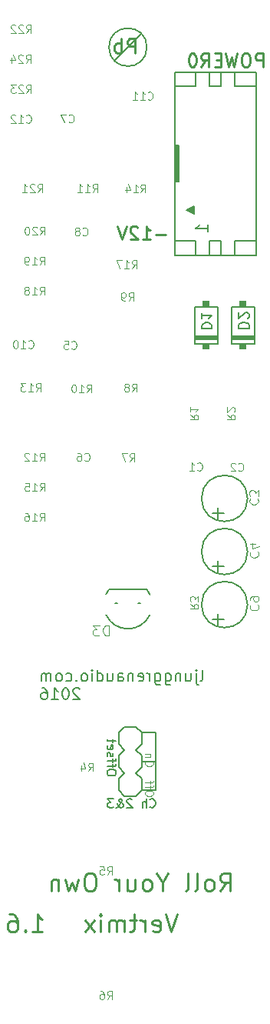
<source format=gbr>
%TF.GenerationSoftware,KiCad,Pcbnew,8.0.2*%
%TF.CreationDate,2024-05-21T21:49:38+01:00*%
%TF.ProjectId,3ch mix 1.6,33636820-6d69-4782-9031-2e362e6b6963,rev?*%
%TF.SameCoordinates,Original*%
%TF.FileFunction,Legend,Bot*%
%TF.FilePolarity,Positive*%
%FSLAX46Y46*%
G04 Gerber Fmt 4.6, Leading zero omitted, Abs format (unit mm)*
G04 Created by KiCad (PCBNEW 8.0.2) date 2024-05-21 21:49:38*
%MOMM*%
%LPD*%
G01*
G04 APERTURE LIST*
%ADD10C,0.200000*%
%ADD11C,0.150000*%
%ADD12C,0.132000*%
%ADD13C,0.121920*%
%ADD14C,0.262128*%
%ADD15C,0.170688*%
%ADD16C,0.213360*%
%ADD17C,0.234696*%
%ADD18C,0.112166*%
%ADD19C,0.137160*%
%ADD20C,0.114300*%
%ADD21C,0.219050*%
%ADD22C,0.152400*%
%ADD23C,0.000000*%
%ADD24C,0.175000*%
G04 APERTURE END LIST*
D10*
X151535100Y-130412600D02*
X151535100Y-133587600D01*
X150074600Y-130412600D02*
X151535100Y-130412600D01*
X151535100Y-136762600D02*
X150074600Y-136762600D01*
D11*
X149947600Y-53514100D02*
X147026600Y-56435100D01*
D10*
X151535100Y-133587600D02*
X151535100Y-136762600D01*
X150581637Y-54974600D02*
G75*
G02*
X146392563Y-54974600I-2094537J0D01*
G01*
X146392563Y-54974600D02*
G75*
G02*
X150581637Y-54974600I2094537J0D01*
G01*
X150074600Y-133587600D02*
X151535100Y-133587600D01*
D12*
X150918638Y-138577080D02*
X150964734Y-138623176D01*
X150964734Y-138623176D02*
X151103019Y-138669271D01*
X151103019Y-138669271D02*
X151195210Y-138669271D01*
X151195210Y-138669271D02*
X151333496Y-138623176D01*
X151333496Y-138623176D02*
X151425686Y-138530985D01*
X151425686Y-138530985D02*
X151471781Y-138438795D01*
X151471781Y-138438795D02*
X151517877Y-138254414D01*
X151517877Y-138254414D02*
X151517877Y-138116128D01*
X151517877Y-138116128D02*
X151471781Y-137931747D01*
X151471781Y-137931747D02*
X151425686Y-137839556D01*
X151425686Y-137839556D02*
X151333496Y-137747366D01*
X151333496Y-137747366D02*
X151195210Y-137701271D01*
X151195210Y-137701271D02*
X151103019Y-137701271D01*
X151103019Y-137701271D02*
X150964734Y-137747366D01*
X150964734Y-137747366D02*
X150918638Y-137793461D01*
X150503781Y-138669271D02*
X150503781Y-137701271D01*
X150088924Y-138669271D02*
X150088924Y-138162223D01*
X150088924Y-138162223D02*
X150135019Y-138070033D01*
X150135019Y-138070033D02*
X150227210Y-138023937D01*
X150227210Y-138023937D02*
X150365496Y-138023937D01*
X150365496Y-138023937D02*
X150457686Y-138070033D01*
X150457686Y-138070033D02*
X150503781Y-138116128D01*
X148936543Y-137793461D02*
X148890447Y-137747366D01*
X148890447Y-137747366D02*
X148798257Y-137701271D01*
X148798257Y-137701271D02*
X148567781Y-137701271D01*
X148567781Y-137701271D02*
X148475590Y-137747366D01*
X148475590Y-137747366D02*
X148429495Y-137793461D01*
X148429495Y-137793461D02*
X148383400Y-137885652D01*
X148383400Y-137885652D02*
X148383400Y-137977842D01*
X148383400Y-137977842D02*
X148429495Y-138116128D01*
X148429495Y-138116128D02*
X148982638Y-138669271D01*
X148982638Y-138669271D02*
X148383400Y-138669271D01*
X147184923Y-138669271D02*
X147231019Y-138669271D01*
X147231019Y-138669271D02*
X147323209Y-138623176D01*
X147323209Y-138623176D02*
X147461495Y-138484890D01*
X147461495Y-138484890D02*
X147691971Y-138208318D01*
X147691971Y-138208318D02*
X147784161Y-138070033D01*
X147784161Y-138070033D02*
X147830257Y-137931747D01*
X147830257Y-137931747D02*
X147830257Y-137839556D01*
X147830257Y-137839556D02*
X147784161Y-137747366D01*
X147784161Y-137747366D02*
X147691971Y-137701271D01*
X147691971Y-137701271D02*
X147645876Y-137701271D01*
X147645876Y-137701271D02*
X147553685Y-137747366D01*
X147553685Y-137747366D02*
X147507590Y-137839556D01*
X147507590Y-137839556D02*
X147507590Y-137885652D01*
X147507590Y-137885652D02*
X147553685Y-137977842D01*
X147553685Y-137977842D02*
X147599780Y-138023937D01*
X147599780Y-138023937D02*
X147876352Y-138208318D01*
X147876352Y-138208318D02*
X147922447Y-138254414D01*
X147922447Y-138254414D02*
X147968542Y-138346604D01*
X147968542Y-138346604D02*
X147968542Y-138484890D01*
X147968542Y-138484890D02*
X147922447Y-138577080D01*
X147922447Y-138577080D02*
X147876352Y-138623176D01*
X147876352Y-138623176D02*
X147784161Y-138669271D01*
X147784161Y-138669271D02*
X147645876Y-138669271D01*
X147645876Y-138669271D02*
X147553685Y-138623176D01*
X147553685Y-138623176D02*
X147507590Y-138577080D01*
X147507590Y-138577080D02*
X147369304Y-138392699D01*
X147369304Y-138392699D02*
X147323209Y-138254414D01*
X147323209Y-138254414D02*
X147323209Y-138162223D01*
X146862257Y-137701271D02*
X146263019Y-137701271D01*
X146263019Y-137701271D02*
X146585685Y-138070033D01*
X146585685Y-138070033D02*
X146447400Y-138070033D01*
X146447400Y-138070033D02*
X146355209Y-138116128D01*
X146355209Y-138116128D02*
X146309114Y-138162223D01*
X146309114Y-138162223D02*
X146263019Y-138254414D01*
X146263019Y-138254414D02*
X146263019Y-138484890D01*
X146263019Y-138484890D02*
X146309114Y-138577080D01*
X146309114Y-138577080D02*
X146355209Y-138623176D01*
X146355209Y-138623176D02*
X146447400Y-138669271D01*
X146447400Y-138669271D02*
X146723971Y-138669271D01*
X146723971Y-138669271D02*
X146816162Y-138623176D01*
X146816162Y-138623176D02*
X146862257Y-138577080D01*
D13*
X151274937Y-133899725D02*
X151274937Y-133729424D01*
X151274937Y-133729424D02*
X151232362Y-133644274D01*
X151232362Y-133644274D02*
X151147212Y-133559123D01*
X151147212Y-133559123D02*
X150976911Y-133516548D01*
X150976911Y-133516548D02*
X150678884Y-133516548D01*
X150678884Y-133516548D02*
X150508583Y-133559123D01*
X150508583Y-133559123D02*
X150423433Y-133644274D01*
X150423433Y-133644274D02*
X150380857Y-133729424D01*
X150380857Y-133729424D02*
X150380857Y-133899725D01*
X150380857Y-133899725D02*
X150423433Y-133984876D01*
X150423433Y-133984876D02*
X150508583Y-134070026D01*
X150508583Y-134070026D02*
X150678884Y-134112602D01*
X150678884Y-134112602D02*
X150976911Y-134112602D01*
X150976911Y-134112602D02*
X151147212Y-134070026D01*
X151147212Y-134070026D02*
X151232362Y-133984876D01*
X151232362Y-133984876D02*
X151274937Y-133899725D01*
X150976911Y-133133371D02*
X150380857Y-133133371D01*
X150891760Y-133133371D02*
X150934335Y-133090796D01*
X150934335Y-133090796D02*
X150976911Y-133005646D01*
X150976911Y-133005646D02*
X150976911Y-132877920D01*
X150976911Y-132877920D02*
X150934335Y-132792769D01*
X150934335Y-132792769D02*
X150849185Y-132750194D01*
X150849185Y-132750194D02*
X150380857Y-132750194D01*
D14*
X137960059Y-152325219D02*
X139058500Y-152325219D01*
X138509280Y-152325219D02*
X138509280Y-150402947D01*
X138509280Y-150402947D02*
X138692353Y-150677558D01*
X138692353Y-150677558D02*
X138875427Y-150860631D01*
X138875427Y-150860631D02*
X139058500Y-150952168D01*
X137136229Y-152142146D02*
X137044692Y-152233683D01*
X137044692Y-152233683D02*
X137136229Y-152325219D01*
X137136229Y-152325219D02*
X137227765Y-152233683D01*
X137227765Y-152233683D02*
X137136229Y-152142146D01*
X137136229Y-152142146D02*
X137136229Y-152325219D01*
X135397030Y-150402947D02*
X135763177Y-150402947D01*
X135763177Y-150402947D02*
X135946250Y-150494484D01*
X135946250Y-150494484D02*
X136037787Y-150586021D01*
X136037787Y-150586021D02*
X136220861Y-150860631D01*
X136220861Y-150860631D02*
X136312397Y-151226778D01*
X136312397Y-151226778D02*
X136312397Y-151959072D01*
X136312397Y-151959072D02*
X136220861Y-152142146D01*
X136220861Y-152142146D02*
X136129324Y-152233683D01*
X136129324Y-152233683D02*
X135946250Y-152325219D01*
X135946250Y-152325219D02*
X135580103Y-152325219D01*
X135580103Y-152325219D02*
X135397030Y-152233683D01*
X135397030Y-152233683D02*
X135305493Y-152142146D01*
X135305493Y-152142146D02*
X135213956Y-151959072D01*
X135213956Y-151959072D02*
X135213956Y-151501388D01*
X135213956Y-151501388D02*
X135305493Y-151318315D01*
X135305493Y-151318315D02*
X135397030Y-151226778D01*
X135397030Y-151226778D02*
X135580103Y-151135241D01*
X135580103Y-151135241D02*
X135946250Y-151135241D01*
X135946250Y-151135241D02*
X136129324Y-151226778D01*
X136129324Y-151226778D02*
X136220861Y-151318315D01*
X136220861Y-151318315D02*
X136312397Y-151501388D01*
D15*
X156511489Y-124742852D02*
X156630700Y-124683247D01*
X156630700Y-124683247D02*
X156690305Y-124564036D01*
X156690305Y-124564036D02*
X156690305Y-123491140D01*
X156034646Y-123908377D02*
X156034646Y-124981273D01*
X156034646Y-124981273D02*
X156094251Y-125100484D01*
X156094251Y-125100484D02*
X156213462Y-125160089D01*
X156213462Y-125160089D02*
X156273067Y-125160089D01*
X156034646Y-123491140D02*
X156094251Y-123550745D01*
X156094251Y-123550745D02*
X156034646Y-123610351D01*
X156034646Y-123610351D02*
X155975041Y-123550745D01*
X155975041Y-123550745D02*
X156034646Y-123491140D01*
X156034646Y-123491140D02*
X156034646Y-123610351D01*
X154902145Y-123908377D02*
X154902145Y-124742852D01*
X155438593Y-123908377D02*
X155438593Y-124564036D01*
X155438593Y-124564036D02*
X155378988Y-124683247D01*
X155378988Y-124683247D02*
X155259777Y-124742852D01*
X155259777Y-124742852D02*
X155080961Y-124742852D01*
X155080961Y-124742852D02*
X154961750Y-124683247D01*
X154961750Y-124683247D02*
X154902145Y-124623641D01*
X154306092Y-123908377D02*
X154306092Y-124742852D01*
X154306092Y-124027588D02*
X154246487Y-123967983D01*
X154246487Y-123967983D02*
X154127276Y-123908377D01*
X154127276Y-123908377D02*
X153948460Y-123908377D01*
X153948460Y-123908377D02*
X153829249Y-123967983D01*
X153829249Y-123967983D02*
X153769644Y-124087193D01*
X153769644Y-124087193D02*
X153769644Y-124742852D01*
X152637143Y-123908377D02*
X152637143Y-124921668D01*
X152637143Y-124921668D02*
X152696748Y-125040879D01*
X152696748Y-125040879D02*
X152756354Y-125100484D01*
X152756354Y-125100484D02*
X152875564Y-125160089D01*
X152875564Y-125160089D02*
X153054380Y-125160089D01*
X153054380Y-125160089D02*
X153173591Y-125100484D01*
X152637143Y-124683247D02*
X152756354Y-124742852D01*
X152756354Y-124742852D02*
X152994775Y-124742852D01*
X152994775Y-124742852D02*
X153113986Y-124683247D01*
X153113986Y-124683247D02*
X153173591Y-124623641D01*
X153173591Y-124623641D02*
X153233196Y-124504431D01*
X153233196Y-124504431D02*
X153233196Y-124146799D01*
X153233196Y-124146799D02*
X153173591Y-124027588D01*
X153173591Y-124027588D02*
X153113986Y-123967983D01*
X153113986Y-123967983D02*
X152994775Y-123908377D01*
X152994775Y-123908377D02*
X152756354Y-123908377D01*
X152756354Y-123908377D02*
X152637143Y-123967983D01*
X151504642Y-123908377D02*
X151504642Y-124921668D01*
X151504642Y-124921668D02*
X151564247Y-125040879D01*
X151564247Y-125040879D02*
X151623853Y-125100484D01*
X151623853Y-125100484D02*
X151743063Y-125160089D01*
X151743063Y-125160089D02*
X151921879Y-125160089D01*
X151921879Y-125160089D02*
X152041090Y-125100484D01*
X151504642Y-124683247D02*
X151623853Y-124742852D01*
X151623853Y-124742852D02*
X151862274Y-124742852D01*
X151862274Y-124742852D02*
X151981485Y-124683247D01*
X151981485Y-124683247D02*
X152041090Y-124623641D01*
X152041090Y-124623641D02*
X152100695Y-124504431D01*
X152100695Y-124504431D02*
X152100695Y-124146799D01*
X152100695Y-124146799D02*
X152041090Y-124027588D01*
X152041090Y-124027588D02*
X151981485Y-123967983D01*
X151981485Y-123967983D02*
X151862274Y-123908377D01*
X151862274Y-123908377D02*
X151623853Y-123908377D01*
X151623853Y-123908377D02*
X151504642Y-123967983D01*
X150908589Y-124742852D02*
X150908589Y-123908377D01*
X150908589Y-124146799D02*
X150848984Y-124027588D01*
X150848984Y-124027588D02*
X150789378Y-123967983D01*
X150789378Y-123967983D02*
X150670168Y-123908377D01*
X150670168Y-123908377D02*
X150550957Y-123908377D01*
X149656877Y-124683247D02*
X149776088Y-124742852D01*
X149776088Y-124742852D02*
X150014509Y-124742852D01*
X150014509Y-124742852D02*
X150133720Y-124683247D01*
X150133720Y-124683247D02*
X150193325Y-124564036D01*
X150193325Y-124564036D02*
X150193325Y-124087193D01*
X150193325Y-124087193D02*
X150133720Y-123967983D01*
X150133720Y-123967983D02*
X150014509Y-123908377D01*
X150014509Y-123908377D02*
X149776088Y-123908377D01*
X149776088Y-123908377D02*
X149656877Y-123967983D01*
X149656877Y-123967983D02*
X149597272Y-124087193D01*
X149597272Y-124087193D02*
X149597272Y-124206404D01*
X149597272Y-124206404D02*
X150193325Y-124325615D01*
X149060824Y-123908377D02*
X149060824Y-124742852D01*
X149060824Y-124027588D02*
X149001219Y-123967983D01*
X149001219Y-123967983D02*
X148882008Y-123908377D01*
X148882008Y-123908377D02*
X148703192Y-123908377D01*
X148703192Y-123908377D02*
X148583981Y-123967983D01*
X148583981Y-123967983D02*
X148524376Y-124087193D01*
X148524376Y-124087193D02*
X148524376Y-124742852D01*
X147391875Y-124742852D02*
X147391875Y-124087193D01*
X147391875Y-124087193D02*
X147451480Y-123967983D01*
X147451480Y-123967983D02*
X147570691Y-123908377D01*
X147570691Y-123908377D02*
X147809112Y-123908377D01*
X147809112Y-123908377D02*
X147928323Y-123967983D01*
X147391875Y-124683247D02*
X147511086Y-124742852D01*
X147511086Y-124742852D02*
X147809112Y-124742852D01*
X147809112Y-124742852D02*
X147928323Y-124683247D01*
X147928323Y-124683247D02*
X147987928Y-124564036D01*
X147987928Y-124564036D02*
X147987928Y-124444825D01*
X147987928Y-124444825D02*
X147928323Y-124325615D01*
X147928323Y-124325615D02*
X147809112Y-124266009D01*
X147809112Y-124266009D02*
X147511086Y-124266009D01*
X147511086Y-124266009D02*
X147391875Y-124206404D01*
X146259374Y-123908377D02*
X146259374Y-124742852D01*
X146795822Y-123908377D02*
X146795822Y-124564036D01*
X146795822Y-124564036D02*
X146736217Y-124683247D01*
X146736217Y-124683247D02*
X146617006Y-124742852D01*
X146617006Y-124742852D02*
X146438190Y-124742852D01*
X146438190Y-124742852D02*
X146318979Y-124683247D01*
X146318979Y-124683247D02*
X146259374Y-124623641D01*
X145126873Y-124742852D02*
X145126873Y-123491140D01*
X145126873Y-124683247D02*
X145246084Y-124742852D01*
X145246084Y-124742852D02*
X145484505Y-124742852D01*
X145484505Y-124742852D02*
X145603716Y-124683247D01*
X145603716Y-124683247D02*
X145663321Y-124623641D01*
X145663321Y-124623641D02*
X145722926Y-124504431D01*
X145722926Y-124504431D02*
X145722926Y-124146799D01*
X145722926Y-124146799D02*
X145663321Y-124027588D01*
X145663321Y-124027588D02*
X145603716Y-123967983D01*
X145603716Y-123967983D02*
X145484505Y-123908377D01*
X145484505Y-123908377D02*
X145246084Y-123908377D01*
X145246084Y-123908377D02*
X145126873Y-123967983D01*
X144530820Y-124742852D02*
X144530820Y-123908377D01*
X144530820Y-123491140D02*
X144590425Y-123550745D01*
X144590425Y-123550745D02*
X144530820Y-123610351D01*
X144530820Y-123610351D02*
X144471215Y-123550745D01*
X144471215Y-123550745D02*
X144530820Y-123491140D01*
X144530820Y-123491140D02*
X144530820Y-123610351D01*
X143755951Y-124742852D02*
X143875162Y-124683247D01*
X143875162Y-124683247D02*
X143934767Y-124623641D01*
X143934767Y-124623641D02*
X143994372Y-124504431D01*
X143994372Y-124504431D02*
X143994372Y-124146799D01*
X143994372Y-124146799D02*
X143934767Y-124027588D01*
X143934767Y-124027588D02*
X143875162Y-123967983D01*
X143875162Y-123967983D02*
X143755951Y-123908377D01*
X143755951Y-123908377D02*
X143577135Y-123908377D01*
X143577135Y-123908377D02*
X143457924Y-123967983D01*
X143457924Y-123967983D02*
X143398319Y-124027588D01*
X143398319Y-124027588D02*
X143338714Y-124146799D01*
X143338714Y-124146799D02*
X143338714Y-124504431D01*
X143338714Y-124504431D02*
X143398319Y-124623641D01*
X143398319Y-124623641D02*
X143457924Y-124683247D01*
X143457924Y-124683247D02*
X143577135Y-124742852D01*
X143577135Y-124742852D02*
X143755951Y-124742852D01*
X142802266Y-124623641D02*
X142742661Y-124683247D01*
X142742661Y-124683247D02*
X142802266Y-124742852D01*
X142802266Y-124742852D02*
X142861871Y-124683247D01*
X142861871Y-124683247D02*
X142802266Y-124623641D01*
X142802266Y-124623641D02*
X142802266Y-124742852D01*
X141669765Y-124683247D02*
X141788976Y-124742852D01*
X141788976Y-124742852D02*
X142027397Y-124742852D01*
X142027397Y-124742852D02*
X142146608Y-124683247D01*
X142146608Y-124683247D02*
X142206213Y-124623641D01*
X142206213Y-124623641D02*
X142265818Y-124504431D01*
X142265818Y-124504431D02*
X142265818Y-124146799D01*
X142265818Y-124146799D02*
X142206213Y-124027588D01*
X142206213Y-124027588D02*
X142146608Y-123967983D01*
X142146608Y-123967983D02*
X142027397Y-123908377D01*
X142027397Y-123908377D02*
X141788976Y-123908377D01*
X141788976Y-123908377D02*
X141669765Y-123967983D01*
X140954501Y-124742852D02*
X141073712Y-124683247D01*
X141073712Y-124683247D02*
X141133317Y-124623641D01*
X141133317Y-124623641D02*
X141192922Y-124504431D01*
X141192922Y-124504431D02*
X141192922Y-124146799D01*
X141192922Y-124146799D02*
X141133317Y-124027588D01*
X141133317Y-124027588D02*
X141073712Y-123967983D01*
X141073712Y-123967983D02*
X140954501Y-123908377D01*
X140954501Y-123908377D02*
X140775685Y-123908377D01*
X140775685Y-123908377D02*
X140656474Y-123967983D01*
X140656474Y-123967983D02*
X140596869Y-124027588D01*
X140596869Y-124027588D02*
X140537264Y-124146799D01*
X140537264Y-124146799D02*
X140537264Y-124504431D01*
X140537264Y-124504431D02*
X140596869Y-124623641D01*
X140596869Y-124623641D02*
X140656474Y-124683247D01*
X140656474Y-124683247D02*
X140775685Y-124742852D01*
X140775685Y-124742852D02*
X140954501Y-124742852D01*
X140000816Y-124742852D02*
X140000816Y-123908377D01*
X140000816Y-124027588D02*
X139941211Y-123967983D01*
X139941211Y-123967983D02*
X139822000Y-123908377D01*
X139822000Y-123908377D02*
X139643184Y-123908377D01*
X139643184Y-123908377D02*
X139523973Y-123967983D01*
X139523973Y-123967983D02*
X139464368Y-124087193D01*
X139464368Y-124087193D02*
X139464368Y-124742852D01*
X139464368Y-124087193D02*
X139404763Y-123967983D01*
X139404763Y-123967983D02*
X139285552Y-123908377D01*
X139285552Y-123908377D02*
X139106736Y-123908377D01*
X139106736Y-123908377D02*
X138987525Y-123967983D01*
X138987525Y-123967983D02*
X138927920Y-124087193D01*
X138927920Y-124087193D02*
X138927920Y-124742852D01*
X143159900Y-125625537D02*
X143100295Y-125565931D01*
X143100295Y-125565931D02*
X142981084Y-125506326D01*
X142981084Y-125506326D02*
X142683058Y-125506326D01*
X142683058Y-125506326D02*
X142563847Y-125565931D01*
X142563847Y-125565931D02*
X142504242Y-125625537D01*
X142504242Y-125625537D02*
X142444636Y-125744747D01*
X142444636Y-125744747D02*
X142444636Y-125863958D01*
X142444636Y-125863958D02*
X142504242Y-126042774D01*
X142504242Y-126042774D02*
X143219506Y-126758038D01*
X143219506Y-126758038D02*
X142444636Y-126758038D01*
X141669767Y-125506326D02*
X141550556Y-125506326D01*
X141550556Y-125506326D02*
X141431345Y-125565931D01*
X141431345Y-125565931D02*
X141371740Y-125625537D01*
X141371740Y-125625537D02*
X141312135Y-125744747D01*
X141312135Y-125744747D02*
X141252529Y-125983169D01*
X141252529Y-125983169D02*
X141252529Y-126281195D01*
X141252529Y-126281195D02*
X141312135Y-126519617D01*
X141312135Y-126519617D02*
X141371740Y-126638827D01*
X141371740Y-126638827D02*
X141431345Y-126698433D01*
X141431345Y-126698433D02*
X141550556Y-126758038D01*
X141550556Y-126758038D02*
X141669767Y-126758038D01*
X141669767Y-126758038D02*
X141788977Y-126698433D01*
X141788977Y-126698433D02*
X141848583Y-126638827D01*
X141848583Y-126638827D02*
X141908188Y-126519617D01*
X141908188Y-126519617D02*
X141967793Y-126281195D01*
X141967793Y-126281195D02*
X141967793Y-125983169D01*
X141967793Y-125983169D02*
X141908188Y-125744747D01*
X141908188Y-125744747D02*
X141848583Y-125625537D01*
X141848583Y-125625537D02*
X141788977Y-125565931D01*
X141788977Y-125565931D02*
X141669767Y-125506326D01*
X140060422Y-126758038D02*
X140775686Y-126758038D01*
X140418054Y-126758038D02*
X140418054Y-125506326D01*
X140418054Y-125506326D02*
X140537265Y-125685142D01*
X140537265Y-125685142D02*
X140656476Y-125804353D01*
X140656476Y-125804353D02*
X140775686Y-125863958D01*
X138987526Y-125506326D02*
X139225947Y-125506326D01*
X139225947Y-125506326D02*
X139345158Y-125565931D01*
X139345158Y-125565931D02*
X139404763Y-125625537D01*
X139404763Y-125625537D02*
X139523974Y-125804353D01*
X139523974Y-125804353D02*
X139583579Y-126042774D01*
X139583579Y-126042774D02*
X139583579Y-126519617D01*
X139583579Y-126519617D02*
X139523974Y-126638827D01*
X139523974Y-126638827D02*
X139464369Y-126698433D01*
X139464369Y-126698433D02*
X139345158Y-126758038D01*
X139345158Y-126758038D02*
X139106737Y-126758038D01*
X139106737Y-126758038D02*
X138987526Y-126698433D01*
X138987526Y-126698433D02*
X138927921Y-126638827D01*
X138927921Y-126638827D02*
X138868315Y-126519617D01*
X138868315Y-126519617D02*
X138868315Y-126221590D01*
X138868315Y-126221590D02*
X138927921Y-126102379D01*
X138927921Y-126102379D02*
X138987526Y-126042774D01*
X138987526Y-126042774D02*
X139106737Y-125983169D01*
X139106737Y-125983169D02*
X139345158Y-125983169D01*
X139345158Y-125983169D02*
X139464369Y-126042774D01*
X139464369Y-126042774D02*
X139523974Y-126102379D01*
X139523974Y-126102379D02*
X139583579Y-126221590D01*
D13*
X151274937Y-137201725D02*
X151274937Y-137031424D01*
X151274937Y-137031424D02*
X151232362Y-136946274D01*
X151232362Y-136946274D02*
X151147212Y-136861123D01*
X151147212Y-136861123D02*
X150976911Y-136818548D01*
X150976911Y-136818548D02*
X150678884Y-136818548D01*
X150678884Y-136818548D02*
X150508583Y-136861123D01*
X150508583Y-136861123D02*
X150423433Y-136946274D01*
X150423433Y-136946274D02*
X150380857Y-137031424D01*
X150380857Y-137031424D02*
X150380857Y-137201725D01*
X150380857Y-137201725D02*
X150423433Y-137286876D01*
X150423433Y-137286876D02*
X150508583Y-137372026D01*
X150508583Y-137372026D02*
X150678884Y-137414602D01*
X150678884Y-137414602D02*
X150976911Y-137414602D01*
X150976911Y-137414602D02*
X151147212Y-137372026D01*
X151147212Y-137372026D02*
X151232362Y-137286876D01*
X151232362Y-137286876D02*
X151274937Y-137201725D01*
X150976911Y-136563097D02*
X150976911Y-136222495D01*
X150380857Y-136435371D02*
X151147212Y-136435371D01*
X151147212Y-136435371D02*
X151232362Y-136392796D01*
X151232362Y-136392796D02*
X151274937Y-136307646D01*
X151274937Y-136307646D02*
X151274937Y-136222495D01*
X150976911Y-136052194D02*
X150976911Y-135711592D01*
X150380857Y-135924468D02*
X151147212Y-135924468D01*
X151147212Y-135924468D02*
X151232362Y-135881893D01*
X151232362Y-135881893D02*
X151274937Y-135796743D01*
X151274937Y-135796743D02*
X151274937Y-135711592D01*
D14*
X158696523Y-147816719D02*
X159337280Y-146901352D01*
X159794964Y-147816719D02*
X159794964Y-145894447D01*
X159794964Y-145894447D02*
X159062670Y-145894447D01*
X159062670Y-145894447D02*
X158879596Y-145985984D01*
X158879596Y-145985984D02*
X158788059Y-146077521D01*
X158788059Y-146077521D02*
X158696523Y-146260594D01*
X158696523Y-146260594D02*
X158696523Y-146535205D01*
X158696523Y-146535205D02*
X158788059Y-146718278D01*
X158788059Y-146718278D02*
X158879596Y-146809815D01*
X158879596Y-146809815D02*
X159062670Y-146901352D01*
X159062670Y-146901352D02*
X159794964Y-146901352D01*
X157598081Y-147816719D02*
X157781155Y-147725183D01*
X157781155Y-147725183D02*
X157872692Y-147633646D01*
X157872692Y-147633646D02*
X157964228Y-147450572D01*
X157964228Y-147450572D02*
X157964228Y-146901352D01*
X157964228Y-146901352D02*
X157872692Y-146718278D01*
X157872692Y-146718278D02*
X157781155Y-146626741D01*
X157781155Y-146626741D02*
X157598081Y-146535205D01*
X157598081Y-146535205D02*
X157323471Y-146535205D01*
X157323471Y-146535205D02*
X157140398Y-146626741D01*
X157140398Y-146626741D02*
X157048861Y-146718278D01*
X157048861Y-146718278D02*
X156957324Y-146901352D01*
X156957324Y-146901352D02*
X156957324Y-147450572D01*
X156957324Y-147450572D02*
X157048861Y-147633646D01*
X157048861Y-147633646D02*
X157140398Y-147725183D01*
X157140398Y-147725183D02*
X157323471Y-147816719D01*
X157323471Y-147816719D02*
X157598081Y-147816719D01*
X155858883Y-147816719D02*
X156041957Y-147725183D01*
X156041957Y-147725183D02*
X156133494Y-147542109D01*
X156133494Y-147542109D02*
X156133494Y-145894447D01*
X154851979Y-147816719D02*
X155035053Y-147725183D01*
X155035053Y-147725183D02*
X155126590Y-147542109D01*
X155126590Y-147542109D02*
X155126590Y-145894447D01*
X152288951Y-146901352D02*
X152288951Y-147816719D01*
X152929708Y-145894447D02*
X152288951Y-146901352D01*
X152288951Y-146901352D02*
X151648193Y-145894447D01*
X150732825Y-147816719D02*
X150915899Y-147725183D01*
X150915899Y-147725183D02*
X151007436Y-147633646D01*
X151007436Y-147633646D02*
X151098972Y-147450572D01*
X151098972Y-147450572D02*
X151098972Y-146901352D01*
X151098972Y-146901352D02*
X151007436Y-146718278D01*
X151007436Y-146718278D02*
X150915899Y-146626741D01*
X150915899Y-146626741D02*
X150732825Y-146535205D01*
X150732825Y-146535205D02*
X150458215Y-146535205D01*
X150458215Y-146535205D02*
X150275142Y-146626741D01*
X150275142Y-146626741D02*
X150183605Y-146718278D01*
X150183605Y-146718278D02*
X150092068Y-146901352D01*
X150092068Y-146901352D02*
X150092068Y-147450572D01*
X150092068Y-147450572D02*
X150183605Y-147633646D01*
X150183605Y-147633646D02*
X150275142Y-147725183D01*
X150275142Y-147725183D02*
X150458215Y-147816719D01*
X150458215Y-147816719D02*
X150732825Y-147816719D01*
X148444407Y-146535205D02*
X148444407Y-147816719D01*
X149268238Y-146535205D02*
X149268238Y-147542109D01*
X149268238Y-147542109D02*
X149176701Y-147725183D01*
X149176701Y-147725183D02*
X148993627Y-147816719D01*
X148993627Y-147816719D02*
X148719017Y-147816719D01*
X148719017Y-147816719D02*
X148535944Y-147725183D01*
X148535944Y-147725183D02*
X148444407Y-147633646D01*
X147529040Y-147816719D02*
X147529040Y-146535205D01*
X147529040Y-146901352D02*
X147437503Y-146718278D01*
X147437503Y-146718278D02*
X147345966Y-146626741D01*
X147345966Y-146626741D02*
X147162893Y-146535205D01*
X147162893Y-146535205D02*
X146979819Y-146535205D01*
X144508327Y-145894447D02*
X144142180Y-145894447D01*
X144142180Y-145894447D02*
X143959106Y-145985984D01*
X143959106Y-145985984D02*
X143776033Y-146169058D01*
X143776033Y-146169058D02*
X143684496Y-146535205D01*
X143684496Y-146535205D02*
X143684496Y-147175962D01*
X143684496Y-147175962D02*
X143776033Y-147542109D01*
X143776033Y-147542109D02*
X143959106Y-147725183D01*
X143959106Y-147725183D02*
X144142180Y-147816719D01*
X144142180Y-147816719D02*
X144508327Y-147816719D01*
X144508327Y-147816719D02*
X144691400Y-147725183D01*
X144691400Y-147725183D02*
X144874474Y-147542109D01*
X144874474Y-147542109D02*
X144966010Y-147175962D01*
X144966010Y-147175962D02*
X144966010Y-146535205D01*
X144966010Y-146535205D02*
X144874474Y-146169058D01*
X144874474Y-146169058D02*
X144691400Y-145985984D01*
X144691400Y-145985984D02*
X144508327Y-145894447D01*
X143043738Y-146535205D02*
X142677591Y-147816719D01*
X142677591Y-147816719D02*
X142311444Y-146901352D01*
X142311444Y-146901352D02*
X141945297Y-147816719D01*
X141945297Y-147816719D02*
X141579150Y-146535205D01*
X140846856Y-146535205D02*
X140846856Y-147816719D01*
X140846856Y-146718278D02*
X140755319Y-146626741D01*
X140755319Y-146626741D02*
X140572245Y-146535205D01*
X140572245Y-146535205D02*
X140297635Y-146535205D01*
X140297635Y-146535205D02*
X140114562Y-146626741D01*
X140114562Y-146626741D02*
X140023025Y-146809815D01*
X140023025Y-146809815D02*
X140023025Y-147816719D01*
D16*
X149307698Y-55597523D02*
X149307698Y-54032883D01*
X149307698Y-54032883D02*
X148711645Y-54032883D01*
X148711645Y-54032883D02*
X148562632Y-54107390D01*
X148562632Y-54107390D02*
X148488125Y-54181897D01*
X148488125Y-54181897D02*
X148413618Y-54330910D01*
X148413618Y-54330910D02*
X148413618Y-54554430D01*
X148413618Y-54554430D02*
X148488125Y-54703443D01*
X148488125Y-54703443D02*
X148562632Y-54777950D01*
X148562632Y-54777950D02*
X148711645Y-54852457D01*
X148711645Y-54852457D02*
X149307698Y-54852457D01*
X147743058Y-55597523D02*
X147743058Y-54032883D01*
X147743058Y-54628937D02*
X147594045Y-54554430D01*
X147594045Y-54554430D02*
X147296018Y-54554430D01*
X147296018Y-54554430D02*
X147147005Y-54628937D01*
X147147005Y-54628937D02*
X147072498Y-54703443D01*
X147072498Y-54703443D02*
X146997992Y-54852457D01*
X146997992Y-54852457D02*
X146997992Y-55299497D01*
X146997992Y-55299497D02*
X147072498Y-55448510D01*
X147072498Y-55448510D02*
X147147005Y-55523017D01*
X147147005Y-55523017D02*
X147296018Y-55597523D01*
X147296018Y-55597523D02*
X147594045Y-55597523D01*
X147594045Y-55597523D02*
X147743058Y-55523017D01*
D17*
X152647994Y-75608531D02*
X151549553Y-75608531D01*
X150107848Y-76157751D02*
X150931679Y-76157751D01*
X150519764Y-76157751D02*
X150519764Y-74716047D01*
X150519764Y-74716047D02*
X150657069Y-74922005D01*
X150657069Y-74922005D02*
X150794374Y-75059310D01*
X150794374Y-75059310D02*
X150931679Y-75127963D01*
X149558628Y-74853352D02*
X149489976Y-74784700D01*
X149489976Y-74784700D02*
X149352671Y-74716047D01*
X149352671Y-74716047D02*
X149009408Y-74716047D01*
X149009408Y-74716047D02*
X148872103Y-74784700D01*
X148872103Y-74784700D02*
X148803450Y-74853352D01*
X148803450Y-74853352D02*
X148734797Y-74990657D01*
X148734797Y-74990657D02*
X148734797Y-75127963D01*
X148734797Y-75127963D02*
X148803450Y-75333920D01*
X148803450Y-75333920D02*
X149627281Y-76157751D01*
X149627281Y-76157751D02*
X148734797Y-76157751D01*
X148322882Y-74716047D02*
X147842314Y-76157751D01*
X147842314Y-76157751D02*
X147361746Y-74716047D01*
D14*
X153910074Y-150402947D02*
X153269317Y-152325219D01*
X153269317Y-152325219D02*
X152628559Y-150402947D01*
X151255508Y-152233683D02*
X151438581Y-152325219D01*
X151438581Y-152325219D02*
X151804728Y-152325219D01*
X151804728Y-152325219D02*
X151987802Y-152233683D01*
X151987802Y-152233683D02*
X152079338Y-152050609D01*
X152079338Y-152050609D02*
X152079338Y-151318315D01*
X152079338Y-151318315D02*
X151987802Y-151135241D01*
X151987802Y-151135241D02*
X151804728Y-151043705D01*
X151804728Y-151043705D02*
X151438581Y-151043705D01*
X151438581Y-151043705D02*
X151255508Y-151135241D01*
X151255508Y-151135241D02*
X151163971Y-151318315D01*
X151163971Y-151318315D02*
X151163971Y-151501388D01*
X151163971Y-151501388D02*
X152079338Y-151684462D01*
X150340140Y-152325219D02*
X150340140Y-151043705D01*
X150340140Y-151409852D02*
X150248603Y-151226778D01*
X150248603Y-151226778D02*
X150157066Y-151135241D01*
X150157066Y-151135241D02*
X149973993Y-151043705D01*
X149973993Y-151043705D02*
X149790919Y-151043705D01*
X149424772Y-151043705D02*
X148692478Y-151043705D01*
X149150162Y-150402947D02*
X149150162Y-152050609D01*
X149150162Y-152050609D02*
X149058625Y-152233683D01*
X149058625Y-152233683D02*
X148875551Y-152325219D01*
X148875551Y-152325219D02*
X148692478Y-152325219D01*
X148051721Y-152325219D02*
X148051721Y-151043705D01*
X148051721Y-151226778D02*
X147960184Y-151135241D01*
X147960184Y-151135241D02*
X147777110Y-151043705D01*
X147777110Y-151043705D02*
X147502500Y-151043705D01*
X147502500Y-151043705D02*
X147319427Y-151135241D01*
X147319427Y-151135241D02*
X147227890Y-151318315D01*
X147227890Y-151318315D02*
X147227890Y-152325219D01*
X147227890Y-151318315D02*
X147136353Y-151135241D01*
X147136353Y-151135241D02*
X146953280Y-151043705D01*
X146953280Y-151043705D02*
X146678669Y-151043705D01*
X146678669Y-151043705D02*
X146495596Y-151135241D01*
X146495596Y-151135241D02*
X146404059Y-151318315D01*
X146404059Y-151318315D02*
X146404059Y-152325219D01*
X145488692Y-152325219D02*
X145488692Y-151043705D01*
X145488692Y-150402947D02*
X145580228Y-150494484D01*
X145580228Y-150494484D02*
X145488692Y-150586021D01*
X145488692Y-150586021D02*
X145397155Y-150494484D01*
X145397155Y-150494484D02*
X145488692Y-150402947D01*
X145488692Y-150402947D02*
X145488692Y-150586021D01*
X144756397Y-152325219D02*
X143749493Y-151043705D01*
X144756397Y-151043705D02*
X143749493Y-152325219D01*
D12*
X147177868Y-134908157D02*
X147177868Y-134723776D01*
X147177868Y-134723776D02*
X147131773Y-134631586D01*
X147131773Y-134631586D02*
X147039583Y-134539395D01*
X147039583Y-134539395D02*
X146855202Y-134493300D01*
X146855202Y-134493300D02*
X146532535Y-134493300D01*
X146532535Y-134493300D02*
X146348154Y-134539395D01*
X146348154Y-134539395D02*
X146255964Y-134631586D01*
X146255964Y-134631586D02*
X146209868Y-134723776D01*
X146209868Y-134723776D02*
X146209868Y-134908157D01*
X146209868Y-134908157D02*
X146255964Y-135000348D01*
X146255964Y-135000348D02*
X146348154Y-135092538D01*
X146348154Y-135092538D02*
X146532535Y-135138634D01*
X146532535Y-135138634D02*
X146855202Y-135138634D01*
X146855202Y-135138634D02*
X147039583Y-135092538D01*
X147039583Y-135092538D02*
X147131773Y-135000348D01*
X147131773Y-135000348D02*
X147177868Y-134908157D01*
X146855202Y-134216729D02*
X146855202Y-133847967D01*
X146209868Y-134078443D02*
X147039583Y-134078443D01*
X147039583Y-134078443D02*
X147131773Y-134032348D01*
X147131773Y-134032348D02*
X147177868Y-133940158D01*
X147177868Y-133940158D02*
X147177868Y-133847967D01*
X146855202Y-133663586D02*
X146855202Y-133294824D01*
X146209868Y-133525300D02*
X147039583Y-133525300D01*
X147039583Y-133525300D02*
X147131773Y-133479205D01*
X147131773Y-133479205D02*
X147177868Y-133387015D01*
X147177868Y-133387015D02*
X147177868Y-133294824D01*
X146255964Y-133018253D02*
X146209868Y-132926062D01*
X146209868Y-132926062D02*
X146209868Y-132741681D01*
X146209868Y-132741681D02*
X146255964Y-132649491D01*
X146255964Y-132649491D02*
X146348154Y-132603395D01*
X146348154Y-132603395D02*
X146394249Y-132603395D01*
X146394249Y-132603395D02*
X146486440Y-132649491D01*
X146486440Y-132649491D02*
X146532535Y-132741681D01*
X146532535Y-132741681D02*
X146532535Y-132879967D01*
X146532535Y-132879967D02*
X146578630Y-132972157D01*
X146578630Y-132972157D02*
X146670821Y-133018253D01*
X146670821Y-133018253D02*
X146716916Y-133018253D01*
X146716916Y-133018253D02*
X146809106Y-132972157D01*
X146809106Y-132972157D02*
X146855202Y-132879967D01*
X146855202Y-132879967D02*
X146855202Y-132741681D01*
X146855202Y-132741681D02*
X146809106Y-132649491D01*
X146255964Y-131819776D02*
X146209868Y-131911967D01*
X146209868Y-131911967D02*
X146209868Y-132096348D01*
X146209868Y-132096348D02*
X146255964Y-132188538D01*
X146255964Y-132188538D02*
X146348154Y-132234634D01*
X146348154Y-132234634D02*
X146716916Y-132234634D01*
X146716916Y-132234634D02*
X146809106Y-132188538D01*
X146809106Y-132188538D02*
X146855202Y-132096348D01*
X146855202Y-132096348D02*
X146855202Y-131911967D01*
X146855202Y-131911967D02*
X146809106Y-131819776D01*
X146809106Y-131819776D02*
X146716916Y-131773681D01*
X146716916Y-131773681D02*
X146624725Y-131773681D01*
X146624725Y-131773681D02*
X146532535Y-132234634D01*
X146855202Y-131497110D02*
X146855202Y-131128348D01*
X147177868Y-131358824D02*
X146348154Y-131358824D01*
X146348154Y-131358824D02*
X146255964Y-131312729D01*
X146255964Y-131312729D02*
X146209868Y-131220539D01*
X146209868Y-131220539D02*
X146209868Y-131128348D01*
D18*
X138546616Y-70948378D02*
X138842560Y-70525600D01*
X139053949Y-70948378D02*
X139053949Y-70060544D01*
X139053949Y-70060544D02*
X138715727Y-70060544D01*
X138715727Y-70060544D02*
X138631171Y-70102822D01*
X138631171Y-70102822D02*
X138588894Y-70145100D01*
X138588894Y-70145100D02*
X138546616Y-70229656D01*
X138546616Y-70229656D02*
X138546616Y-70356489D01*
X138546616Y-70356489D02*
X138588894Y-70441045D01*
X138588894Y-70441045D02*
X138631171Y-70483322D01*
X138631171Y-70483322D02*
X138715727Y-70525600D01*
X138715727Y-70525600D02*
X139053949Y-70525600D01*
X138208393Y-70145100D02*
X138166115Y-70102822D01*
X138166115Y-70102822D02*
X138081560Y-70060544D01*
X138081560Y-70060544D02*
X137870171Y-70060544D01*
X137870171Y-70060544D02*
X137785615Y-70102822D01*
X137785615Y-70102822D02*
X137743337Y-70145100D01*
X137743337Y-70145100D02*
X137701060Y-70229656D01*
X137701060Y-70229656D02*
X137701060Y-70314211D01*
X137701060Y-70314211D02*
X137743337Y-70441045D01*
X137743337Y-70441045D02*
X138250671Y-70948378D01*
X138250671Y-70948378D02*
X137701060Y-70948378D01*
X136855504Y-70948378D02*
X137362837Y-70948378D01*
X137109170Y-70948378D02*
X137109170Y-70060544D01*
X137109170Y-70060544D02*
X137193726Y-70187378D01*
X137193726Y-70187378D02*
X137278282Y-70271933D01*
X137278282Y-70271933D02*
X137362837Y-70314211D01*
X138800616Y-75647378D02*
X139096560Y-75224600D01*
X139307949Y-75647378D02*
X139307949Y-74759544D01*
X139307949Y-74759544D02*
X138969727Y-74759544D01*
X138969727Y-74759544D02*
X138885171Y-74801822D01*
X138885171Y-74801822D02*
X138842894Y-74844100D01*
X138842894Y-74844100D02*
X138800616Y-74928656D01*
X138800616Y-74928656D02*
X138800616Y-75055489D01*
X138800616Y-75055489D02*
X138842894Y-75140045D01*
X138842894Y-75140045D02*
X138885171Y-75182322D01*
X138885171Y-75182322D02*
X138969727Y-75224600D01*
X138969727Y-75224600D02*
X139307949Y-75224600D01*
X138462393Y-74844100D02*
X138420115Y-74801822D01*
X138420115Y-74801822D02*
X138335560Y-74759544D01*
X138335560Y-74759544D02*
X138124171Y-74759544D01*
X138124171Y-74759544D02*
X138039615Y-74801822D01*
X138039615Y-74801822D02*
X137997337Y-74844100D01*
X137997337Y-74844100D02*
X137955060Y-74928656D01*
X137955060Y-74928656D02*
X137955060Y-75013211D01*
X137955060Y-75013211D02*
X137997337Y-75140045D01*
X137997337Y-75140045D02*
X138504671Y-75647378D01*
X138504671Y-75647378D02*
X137955060Y-75647378D01*
X137405448Y-74759544D02*
X137320893Y-74759544D01*
X137320893Y-74759544D02*
X137236337Y-74801822D01*
X137236337Y-74801822D02*
X137194059Y-74844100D01*
X137194059Y-74844100D02*
X137151781Y-74928656D01*
X137151781Y-74928656D02*
X137109504Y-75097767D01*
X137109504Y-75097767D02*
X137109504Y-75309156D01*
X137109504Y-75309156D02*
X137151781Y-75478267D01*
X137151781Y-75478267D02*
X137194059Y-75562823D01*
X137194059Y-75562823D02*
X137236337Y-75605101D01*
X137236337Y-75605101D02*
X137320893Y-75647378D01*
X137320893Y-75647378D02*
X137405448Y-75647378D01*
X137405448Y-75647378D02*
X137490004Y-75605101D01*
X137490004Y-75605101D02*
X137532282Y-75562823D01*
X137532282Y-75562823D02*
X137574559Y-75478267D01*
X137574559Y-75478267D02*
X137616837Y-75309156D01*
X137616837Y-75309156D02*
X137616837Y-75097767D01*
X137616837Y-75097767D02*
X137574559Y-74928656D01*
X137574559Y-74928656D02*
X137532282Y-74844100D01*
X137532282Y-74844100D02*
X137490004Y-74801822D01*
X137490004Y-74801822D02*
X137405448Y-74759544D01*
X148964584Y-79307613D02*
X149260528Y-78884835D01*
X149471917Y-79307613D02*
X149471917Y-78419779D01*
X149471917Y-78419779D02*
X149133695Y-78419779D01*
X149133695Y-78419779D02*
X149049139Y-78462057D01*
X149049139Y-78462057D02*
X149006862Y-78504335D01*
X149006862Y-78504335D02*
X148964584Y-78588891D01*
X148964584Y-78588891D02*
X148964584Y-78715724D01*
X148964584Y-78715724D02*
X149006862Y-78800280D01*
X149006862Y-78800280D02*
X149049139Y-78842557D01*
X149049139Y-78842557D02*
X149133695Y-78884835D01*
X149133695Y-78884835D02*
X149471917Y-78884835D01*
X148119028Y-79307613D02*
X148626361Y-79307613D01*
X148372694Y-79307613D02*
X148372694Y-78419779D01*
X148372694Y-78419779D02*
X148457250Y-78546613D01*
X148457250Y-78546613D02*
X148541806Y-78631168D01*
X148541806Y-78631168D02*
X148626361Y-78673446D01*
X147823083Y-78419779D02*
X147231194Y-78419779D01*
X147231194Y-78419779D02*
X147611694Y-79307613D01*
X159396586Y-95457084D02*
X159819364Y-95753028D01*
X159396586Y-95964417D02*
X160284420Y-95964417D01*
X160284420Y-95964417D02*
X160284420Y-95626195D01*
X160284420Y-95626195D02*
X160242142Y-95541639D01*
X160242142Y-95541639D02*
X160199864Y-95499362D01*
X160199864Y-95499362D02*
X160115308Y-95457084D01*
X160115308Y-95457084D02*
X159988475Y-95457084D01*
X159988475Y-95457084D02*
X159903919Y-95499362D01*
X159903919Y-95499362D02*
X159861642Y-95541639D01*
X159861642Y-95541639D02*
X159819364Y-95626195D01*
X159819364Y-95626195D02*
X159819364Y-95964417D01*
X160199864Y-95118861D02*
X160242142Y-95076583D01*
X160242142Y-95076583D02*
X160284420Y-94992028D01*
X160284420Y-94992028D02*
X160284420Y-94780639D01*
X160284420Y-94780639D02*
X160242142Y-94696083D01*
X160242142Y-94696083D02*
X160199864Y-94653805D01*
X160199864Y-94653805D02*
X160115308Y-94611528D01*
X160115308Y-94611528D02*
X160030753Y-94611528D01*
X160030753Y-94611528D02*
X159903919Y-94653805D01*
X159903919Y-94653805D02*
X159396586Y-95161139D01*
X159396586Y-95161139D02*
X159396586Y-94611528D01*
X142273060Y-88135823D02*
X142315338Y-88178101D01*
X142315338Y-88178101D02*
X142442171Y-88220378D01*
X142442171Y-88220378D02*
X142526727Y-88220378D01*
X142526727Y-88220378D02*
X142653560Y-88178101D01*
X142653560Y-88178101D02*
X142738116Y-88093545D01*
X142738116Y-88093545D02*
X142780393Y-88008989D01*
X142780393Y-88008989D02*
X142822671Y-87839878D01*
X142822671Y-87839878D02*
X142822671Y-87713045D01*
X142822671Y-87713045D02*
X142780393Y-87543933D01*
X142780393Y-87543933D02*
X142738116Y-87459378D01*
X142738116Y-87459378D02*
X142653560Y-87374822D01*
X142653560Y-87374822D02*
X142526727Y-87332544D01*
X142526727Y-87332544D02*
X142442171Y-87332544D01*
X142442171Y-87332544D02*
X142315338Y-87374822D01*
X142315338Y-87374822D02*
X142273060Y-87417100D01*
X141469781Y-87332544D02*
X141892559Y-87332544D01*
X141892559Y-87332544D02*
X141934837Y-87755322D01*
X141934837Y-87755322D02*
X141892559Y-87713045D01*
X141892559Y-87713045D02*
X141808004Y-87670767D01*
X141808004Y-87670767D02*
X141596615Y-87670767D01*
X141596615Y-87670767D02*
X141512059Y-87713045D01*
X141512059Y-87713045D02*
X141469781Y-87755322D01*
X141469781Y-87755322D02*
X141427504Y-87839878D01*
X141427504Y-87839878D02*
X141427504Y-88051267D01*
X141427504Y-88051267D02*
X141469781Y-88135823D01*
X141469781Y-88135823D02*
X141512059Y-88178101D01*
X141512059Y-88178101D02*
X141596615Y-88220378D01*
X141596615Y-88220378D02*
X141808004Y-88220378D01*
X141808004Y-88220378D02*
X141892559Y-88178101D01*
X141892559Y-88178101D02*
X141934837Y-88135823D01*
D19*
X156632370Y-85931140D02*
X157765210Y-85931140D01*
X157765210Y-85931140D02*
X157765210Y-85661416D01*
X157765210Y-85661416D02*
X157711265Y-85499582D01*
X157711265Y-85499582D02*
X157603375Y-85391692D01*
X157603375Y-85391692D02*
X157495486Y-85337747D01*
X157495486Y-85337747D02*
X157279707Y-85283803D01*
X157279707Y-85283803D02*
X157117873Y-85283803D01*
X157117873Y-85283803D02*
X156902094Y-85337747D01*
X156902094Y-85337747D02*
X156794204Y-85391692D01*
X156794204Y-85391692D02*
X156686315Y-85499582D01*
X156686315Y-85499582D02*
X156632370Y-85661416D01*
X156632370Y-85661416D02*
X156632370Y-85931140D01*
X156632370Y-84204907D02*
X156632370Y-84852244D01*
X156632370Y-84528576D02*
X157765210Y-84528576D01*
X157765210Y-84528576D02*
X157603375Y-84636465D01*
X157603375Y-84636465D02*
X157495486Y-84744355D01*
X157495486Y-84744355D02*
X157441541Y-84852244D01*
D18*
X144579116Y-70948378D02*
X144875060Y-70525600D01*
X145086449Y-70948378D02*
X145086449Y-70060544D01*
X145086449Y-70060544D02*
X144748227Y-70060544D01*
X144748227Y-70060544D02*
X144663671Y-70102822D01*
X144663671Y-70102822D02*
X144621394Y-70145100D01*
X144621394Y-70145100D02*
X144579116Y-70229656D01*
X144579116Y-70229656D02*
X144579116Y-70356489D01*
X144579116Y-70356489D02*
X144621394Y-70441045D01*
X144621394Y-70441045D02*
X144663671Y-70483322D01*
X144663671Y-70483322D02*
X144748227Y-70525600D01*
X144748227Y-70525600D02*
X145086449Y-70525600D01*
X143733560Y-70948378D02*
X144240893Y-70948378D01*
X143987226Y-70948378D02*
X143987226Y-70060544D01*
X143987226Y-70060544D02*
X144071782Y-70187378D01*
X144071782Y-70187378D02*
X144156338Y-70271933D01*
X144156338Y-70271933D02*
X144240893Y-70314211D01*
X142888004Y-70948378D02*
X143395337Y-70948378D01*
X143141670Y-70948378D02*
X143141670Y-70060544D01*
X143141670Y-70060544D02*
X143226226Y-70187378D01*
X143226226Y-70187378D02*
X143310782Y-70271933D01*
X143310782Y-70271933D02*
X143395337Y-70314211D01*
X137280584Y-60003613D02*
X137576528Y-59580835D01*
X137787917Y-60003613D02*
X137787917Y-59115779D01*
X137787917Y-59115779D02*
X137449695Y-59115779D01*
X137449695Y-59115779D02*
X137365139Y-59158057D01*
X137365139Y-59158057D02*
X137322862Y-59200335D01*
X137322862Y-59200335D02*
X137280584Y-59284891D01*
X137280584Y-59284891D02*
X137280584Y-59411724D01*
X137280584Y-59411724D02*
X137322862Y-59496280D01*
X137322862Y-59496280D02*
X137365139Y-59538557D01*
X137365139Y-59538557D02*
X137449695Y-59580835D01*
X137449695Y-59580835D02*
X137787917Y-59580835D01*
X136942361Y-59200335D02*
X136900083Y-59158057D01*
X136900083Y-59158057D02*
X136815528Y-59115779D01*
X136815528Y-59115779D02*
X136604139Y-59115779D01*
X136604139Y-59115779D02*
X136519583Y-59158057D01*
X136519583Y-59158057D02*
X136477305Y-59200335D01*
X136477305Y-59200335D02*
X136435028Y-59284891D01*
X136435028Y-59284891D02*
X136435028Y-59369446D01*
X136435028Y-59369446D02*
X136477305Y-59496280D01*
X136477305Y-59496280D02*
X136984639Y-60003613D01*
X136984639Y-60003613D02*
X136435028Y-60003613D01*
X136139083Y-59115779D02*
X135589472Y-59115779D01*
X135589472Y-59115779D02*
X135885416Y-59454002D01*
X135885416Y-59454002D02*
X135758583Y-59454002D01*
X135758583Y-59454002D02*
X135674027Y-59496280D01*
X135674027Y-59496280D02*
X135631749Y-59538557D01*
X135631749Y-59538557D02*
X135589472Y-59623113D01*
X135589472Y-59623113D02*
X135589472Y-59834502D01*
X135589472Y-59834502D02*
X135631749Y-59919058D01*
X135631749Y-59919058D02*
X135674027Y-59961336D01*
X135674027Y-59961336D02*
X135758583Y-60003613D01*
X135758583Y-60003613D02*
X136012250Y-60003613D01*
X136012250Y-60003613D02*
X136096805Y-59961336D01*
X136096805Y-59961336D02*
X136139083Y-59919058D01*
X150675116Y-60703823D02*
X150717394Y-60746101D01*
X150717394Y-60746101D02*
X150844227Y-60788378D01*
X150844227Y-60788378D02*
X150928783Y-60788378D01*
X150928783Y-60788378D02*
X151055616Y-60746101D01*
X151055616Y-60746101D02*
X151140172Y-60661545D01*
X151140172Y-60661545D02*
X151182449Y-60576989D01*
X151182449Y-60576989D02*
X151224727Y-60407878D01*
X151224727Y-60407878D02*
X151224727Y-60281045D01*
X151224727Y-60281045D02*
X151182449Y-60111933D01*
X151182449Y-60111933D02*
X151140172Y-60027378D01*
X151140172Y-60027378D02*
X151055616Y-59942822D01*
X151055616Y-59942822D02*
X150928783Y-59900544D01*
X150928783Y-59900544D02*
X150844227Y-59900544D01*
X150844227Y-59900544D02*
X150717394Y-59942822D01*
X150717394Y-59942822D02*
X150675116Y-59985100D01*
X149829560Y-60788378D02*
X150336893Y-60788378D01*
X150083226Y-60788378D02*
X150083226Y-59900544D01*
X150083226Y-59900544D02*
X150167782Y-60027378D01*
X150167782Y-60027378D02*
X150252338Y-60111933D01*
X150252338Y-60111933D02*
X150336893Y-60154211D01*
X148984004Y-60788378D02*
X149491337Y-60788378D01*
X149237670Y-60788378D02*
X149237670Y-59900544D01*
X149237670Y-59900544D02*
X149322226Y-60027378D01*
X149322226Y-60027378D02*
X149406782Y-60111933D01*
X149406782Y-60111933D02*
X149491337Y-60154211D01*
X138737116Y-107143378D02*
X139033060Y-106720600D01*
X139244449Y-107143378D02*
X139244449Y-106255544D01*
X139244449Y-106255544D02*
X138906227Y-106255544D01*
X138906227Y-106255544D02*
X138821671Y-106297822D01*
X138821671Y-106297822D02*
X138779394Y-106340100D01*
X138779394Y-106340100D02*
X138737116Y-106424656D01*
X138737116Y-106424656D02*
X138737116Y-106551489D01*
X138737116Y-106551489D02*
X138779394Y-106636045D01*
X138779394Y-106636045D02*
X138821671Y-106678322D01*
X138821671Y-106678322D02*
X138906227Y-106720600D01*
X138906227Y-106720600D02*
X139244449Y-106720600D01*
X137891560Y-107143378D02*
X138398893Y-107143378D01*
X138145226Y-107143378D02*
X138145226Y-106255544D01*
X138145226Y-106255544D02*
X138229782Y-106382378D01*
X138229782Y-106382378D02*
X138314338Y-106466933D01*
X138314338Y-106466933D02*
X138398893Y-106509211D01*
X137130559Y-106255544D02*
X137299670Y-106255544D01*
X137299670Y-106255544D02*
X137384226Y-106297822D01*
X137384226Y-106297822D02*
X137426504Y-106340100D01*
X137426504Y-106340100D02*
X137511059Y-106466933D01*
X137511059Y-106466933D02*
X137553337Y-106636045D01*
X137553337Y-106636045D02*
X137553337Y-106974267D01*
X137553337Y-106974267D02*
X137511059Y-107058823D01*
X137511059Y-107058823D02*
X137468782Y-107101101D01*
X137468782Y-107101101D02*
X137384226Y-107143378D01*
X137384226Y-107143378D02*
X137215115Y-107143378D01*
X137215115Y-107143378D02*
X137130559Y-107101101D01*
X137130559Y-107101101D02*
X137088281Y-107058823D01*
X137088281Y-107058823D02*
X137046004Y-106974267D01*
X137046004Y-106974267D02*
X137046004Y-106762878D01*
X137046004Y-106762878D02*
X137088281Y-106678322D01*
X137088281Y-106678322D02*
X137130559Y-106636045D01*
X137130559Y-106636045D02*
X137215115Y-106593767D01*
X137215115Y-106593767D02*
X137384226Y-106593767D01*
X137384226Y-106593767D02*
X137468782Y-106636045D01*
X137468782Y-106636045D02*
X137511059Y-106678322D01*
X137511059Y-106678322D02*
X137553337Y-106762878D01*
X137276616Y-63243823D02*
X137318894Y-63286101D01*
X137318894Y-63286101D02*
X137445727Y-63328378D01*
X137445727Y-63328378D02*
X137530283Y-63328378D01*
X137530283Y-63328378D02*
X137657116Y-63286101D01*
X137657116Y-63286101D02*
X137741672Y-63201545D01*
X137741672Y-63201545D02*
X137783949Y-63116989D01*
X137783949Y-63116989D02*
X137826227Y-62947878D01*
X137826227Y-62947878D02*
X137826227Y-62821045D01*
X137826227Y-62821045D02*
X137783949Y-62651933D01*
X137783949Y-62651933D02*
X137741672Y-62567378D01*
X137741672Y-62567378D02*
X137657116Y-62482822D01*
X137657116Y-62482822D02*
X137530283Y-62440544D01*
X137530283Y-62440544D02*
X137445727Y-62440544D01*
X137445727Y-62440544D02*
X137318894Y-62482822D01*
X137318894Y-62482822D02*
X137276616Y-62525100D01*
X136431060Y-63328378D02*
X136938393Y-63328378D01*
X136684726Y-63328378D02*
X136684726Y-62440544D01*
X136684726Y-62440544D02*
X136769282Y-62567378D01*
X136769282Y-62567378D02*
X136853838Y-62651933D01*
X136853838Y-62651933D02*
X136938393Y-62694211D01*
X136092837Y-62525100D02*
X136050559Y-62482822D01*
X136050559Y-62482822D02*
X135966004Y-62440544D01*
X135966004Y-62440544D02*
X135754615Y-62440544D01*
X135754615Y-62440544D02*
X135670059Y-62482822D01*
X135670059Y-62482822D02*
X135627781Y-62525100D01*
X135627781Y-62525100D02*
X135585504Y-62609656D01*
X135585504Y-62609656D02*
X135585504Y-62694211D01*
X135585504Y-62694211D02*
X135627781Y-62821045D01*
X135627781Y-62821045D02*
X136135115Y-63328378D01*
X136135115Y-63328378D02*
X135585504Y-63328378D01*
D20*
X162029851Y-110524155D02*
X161982913Y-110571093D01*
X161982913Y-110571093D02*
X161935974Y-110711907D01*
X161935974Y-110711907D02*
X161935974Y-110805783D01*
X161935974Y-110805783D02*
X161982913Y-110946598D01*
X161982913Y-110946598D02*
X162076789Y-111040474D01*
X162076789Y-111040474D02*
X162170665Y-111087412D01*
X162170665Y-111087412D02*
X162358417Y-111134350D01*
X162358417Y-111134350D02*
X162499232Y-111134350D01*
X162499232Y-111134350D02*
X162686984Y-111087412D01*
X162686984Y-111087412D02*
X162780860Y-111040474D01*
X162780860Y-111040474D02*
X162874736Y-110946598D01*
X162874736Y-110946598D02*
X162921674Y-110805783D01*
X162921674Y-110805783D02*
X162921674Y-110711907D01*
X162921674Y-110711907D02*
X162874736Y-110571093D01*
X162874736Y-110571093D02*
X162827798Y-110524155D01*
X162593108Y-109679269D02*
X161935974Y-109679269D01*
X162968613Y-109913960D02*
X162264541Y-110148650D01*
X162264541Y-110148650D02*
X162264541Y-109538455D01*
D18*
X155332586Y-95457084D02*
X155755364Y-95753028D01*
X155332586Y-95964417D02*
X156220420Y-95964417D01*
X156220420Y-95964417D02*
X156220420Y-95626195D01*
X156220420Y-95626195D02*
X156178142Y-95541639D01*
X156178142Y-95541639D02*
X156135864Y-95499362D01*
X156135864Y-95499362D02*
X156051308Y-95457084D01*
X156051308Y-95457084D02*
X155924475Y-95457084D01*
X155924475Y-95457084D02*
X155839919Y-95499362D01*
X155839919Y-95499362D02*
X155797642Y-95541639D01*
X155797642Y-95541639D02*
X155755364Y-95626195D01*
X155755364Y-95626195D02*
X155755364Y-95964417D01*
X155332586Y-94611528D02*
X155332586Y-95118861D01*
X155332586Y-94865194D02*
X156220420Y-94865194D01*
X156220420Y-94865194D02*
X156093586Y-94949750D01*
X156093586Y-94949750D02*
X156009031Y-95034306D01*
X156009031Y-95034306D02*
X155966753Y-95118861D01*
X143953084Y-92964613D02*
X144249028Y-92541835D01*
X144460417Y-92964613D02*
X144460417Y-92076779D01*
X144460417Y-92076779D02*
X144122195Y-92076779D01*
X144122195Y-92076779D02*
X144037639Y-92119057D01*
X144037639Y-92119057D02*
X143995362Y-92161335D01*
X143995362Y-92161335D02*
X143953084Y-92245891D01*
X143953084Y-92245891D02*
X143953084Y-92372724D01*
X143953084Y-92372724D02*
X143995362Y-92457280D01*
X143995362Y-92457280D02*
X144037639Y-92499557D01*
X144037639Y-92499557D02*
X144122195Y-92541835D01*
X144122195Y-92541835D02*
X144460417Y-92541835D01*
X143107528Y-92964613D02*
X143614861Y-92964613D01*
X143361194Y-92964613D02*
X143361194Y-92076779D01*
X143361194Y-92076779D02*
X143445750Y-92203613D01*
X143445750Y-92203613D02*
X143530306Y-92288168D01*
X143530306Y-92288168D02*
X143614861Y-92330446D01*
X142557916Y-92076779D02*
X142473361Y-92076779D01*
X142473361Y-92076779D02*
X142388805Y-92119057D01*
X142388805Y-92119057D02*
X142346527Y-92161335D01*
X142346527Y-92161335D02*
X142304249Y-92245891D01*
X142304249Y-92245891D02*
X142261972Y-92415002D01*
X142261972Y-92415002D02*
X142261972Y-92626391D01*
X142261972Y-92626391D02*
X142304249Y-92795502D01*
X142304249Y-92795502D02*
X142346527Y-92880058D01*
X142346527Y-92880058D02*
X142388805Y-92922336D01*
X142388805Y-92922336D02*
X142473361Y-92964613D01*
X142473361Y-92964613D02*
X142557916Y-92964613D01*
X142557916Y-92964613D02*
X142642472Y-92922336D01*
X142642472Y-92922336D02*
X142684750Y-92880058D01*
X142684750Y-92880058D02*
X142727027Y-92795502D01*
X142727027Y-92795502D02*
X142769305Y-92626391D01*
X142769305Y-92626391D02*
X142769305Y-92415002D01*
X142769305Y-92415002D02*
X142727027Y-92245891D01*
X142727027Y-92245891D02*
X142684750Y-92161335D01*
X142684750Y-92161335D02*
X142642472Y-92119057D01*
X142642472Y-92119057D02*
X142557916Y-92076779D01*
X138737116Y-82251378D02*
X139033060Y-81828600D01*
X139244449Y-82251378D02*
X139244449Y-81363544D01*
X139244449Y-81363544D02*
X138906227Y-81363544D01*
X138906227Y-81363544D02*
X138821671Y-81405822D01*
X138821671Y-81405822D02*
X138779394Y-81448100D01*
X138779394Y-81448100D02*
X138737116Y-81532656D01*
X138737116Y-81532656D02*
X138737116Y-81659489D01*
X138737116Y-81659489D02*
X138779394Y-81744045D01*
X138779394Y-81744045D02*
X138821671Y-81786322D01*
X138821671Y-81786322D02*
X138906227Y-81828600D01*
X138906227Y-81828600D02*
X139244449Y-81828600D01*
X137891560Y-82251378D02*
X138398893Y-82251378D01*
X138145226Y-82251378D02*
X138145226Y-81363544D01*
X138145226Y-81363544D02*
X138229782Y-81490378D01*
X138229782Y-81490378D02*
X138314338Y-81574933D01*
X138314338Y-81574933D02*
X138398893Y-81617211D01*
X137384226Y-81744045D02*
X137468782Y-81701767D01*
X137468782Y-81701767D02*
X137511059Y-81659489D01*
X137511059Y-81659489D02*
X137553337Y-81574933D01*
X137553337Y-81574933D02*
X137553337Y-81532656D01*
X137553337Y-81532656D02*
X137511059Y-81448100D01*
X137511059Y-81448100D02*
X137468782Y-81405822D01*
X137468782Y-81405822D02*
X137384226Y-81363544D01*
X137384226Y-81363544D02*
X137215115Y-81363544D01*
X137215115Y-81363544D02*
X137130559Y-81405822D01*
X137130559Y-81405822D02*
X137088281Y-81448100D01*
X137088281Y-81448100D02*
X137046004Y-81532656D01*
X137046004Y-81532656D02*
X137046004Y-81574933D01*
X137046004Y-81574933D02*
X137088281Y-81659489D01*
X137088281Y-81659489D02*
X137130559Y-81701767D01*
X137130559Y-81701767D02*
X137215115Y-81744045D01*
X137215115Y-81744045D02*
X137384226Y-81744045D01*
X137384226Y-81744045D02*
X137468782Y-81786322D01*
X137468782Y-81786322D02*
X137511059Y-81828600D01*
X137511059Y-81828600D02*
X137553337Y-81913156D01*
X137553337Y-81913156D02*
X137553337Y-82082267D01*
X137553337Y-82082267D02*
X137511059Y-82166823D01*
X137511059Y-82166823D02*
X137468782Y-82209101D01*
X137468782Y-82209101D02*
X137384226Y-82251378D01*
X137384226Y-82251378D02*
X137215115Y-82251378D01*
X137215115Y-82251378D02*
X137130559Y-82209101D01*
X137130559Y-82209101D02*
X137088281Y-82166823D01*
X137088281Y-82166823D02*
X137046004Y-82082267D01*
X137046004Y-82082267D02*
X137046004Y-81913156D01*
X137046004Y-81913156D02*
X137088281Y-81828600D01*
X137088281Y-81828600D02*
X137130559Y-81786322D01*
X137130559Y-81786322D02*
X137215115Y-81744045D01*
D19*
X160722870Y-85901140D02*
X161855710Y-85901140D01*
X161855710Y-85901140D02*
X161855710Y-85631416D01*
X161855710Y-85631416D02*
X161801765Y-85469582D01*
X161801765Y-85469582D02*
X161693875Y-85361692D01*
X161693875Y-85361692D02*
X161585986Y-85307747D01*
X161585986Y-85307747D02*
X161370207Y-85253803D01*
X161370207Y-85253803D02*
X161208373Y-85253803D01*
X161208373Y-85253803D02*
X160992594Y-85307747D01*
X160992594Y-85307747D02*
X160884704Y-85361692D01*
X160884704Y-85361692D02*
X160776815Y-85469582D01*
X160776815Y-85469582D02*
X160722870Y-85631416D01*
X160722870Y-85631416D02*
X160722870Y-85901140D01*
X161747820Y-84822244D02*
X161801765Y-84768300D01*
X161801765Y-84768300D02*
X161855710Y-84660410D01*
X161855710Y-84660410D02*
X161855710Y-84390686D01*
X161855710Y-84390686D02*
X161801765Y-84282797D01*
X161801765Y-84282797D02*
X161747820Y-84228852D01*
X161747820Y-84228852D02*
X161639931Y-84174907D01*
X161639931Y-84174907D02*
X161532041Y-84174907D01*
X161532041Y-84174907D02*
X161370207Y-84228852D01*
X161370207Y-84228852D02*
X160722870Y-84876189D01*
X160722870Y-84876189D02*
X160722870Y-84174907D01*
D18*
X148559560Y-82886378D02*
X148855504Y-82463600D01*
X149066893Y-82886378D02*
X149066893Y-81998544D01*
X149066893Y-81998544D02*
X148728671Y-81998544D01*
X148728671Y-81998544D02*
X148644115Y-82040822D01*
X148644115Y-82040822D02*
X148601838Y-82083100D01*
X148601838Y-82083100D02*
X148559560Y-82167656D01*
X148559560Y-82167656D02*
X148559560Y-82294489D01*
X148559560Y-82294489D02*
X148601838Y-82379045D01*
X148601838Y-82379045D02*
X148644115Y-82421322D01*
X148644115Y-82421322D02*
X148728671Y-82463600D01*
X148728671Y-82463600D02*
X149066893Y-82463600D01*
X148136782Y-82886378D02*
X147967670Y-82886378D01*
X147967670Y-82886378D02*
X147883115Y-82844101D01*
X147883115Y-82844101D02*
X147840837Y-82801823D01*
X147840837Y-82801823D02*
X147756281Y-82674989D01*
X147756281Y-82674989D02*
X147714004Y-82505878D01*
X147714004Y-82505878D02*
X147714004Y-82167656D01*
X147714004Y-82167656D02*
X147756281Y-82083100D01*
X147756281Y-82083100D02*
X147798559Y-82040822D01*
X147798559Y-82040822D02*
X147883115Y-81998544D01*
X147883115Y-81998544D02*
X148052226Y-81998544D01*
X148052226Y-81998544D02*
X148136782Y-82040822D01*
X148136782Y-82040822D02*
X148179059Y-82083100D01*
X148179059Y-82083100D02*
X148221337Y-82167656D01*
X148221337Y-82167656D02*
X148221337Y-82379045D01*
X148221337Y-82379045D02*
X148179059Y-82463600D01*
X148179059Y-82463600D02*
X148136782Y-82505878D01*
X148136782Y-82505878D02*
X148052226Y-82548156D01*
X148052226Y-82548156D02*
X147883115Y-82548156D01*
X147883115Y-82548156D02*
X147798559Y-82505878D01*
X147798559Y-82505878D02*
X147756281Y-82463600D01*
X147756281Y-82463600D02*
X147714004Y-82379045D01*
X148710584Y-100580113D02*
X149006528Y-100157335D01*
X149217917Y-100580113D02*
X149217917Y-99692279D01*
X149217917Y-99692279D02*
X148879695Y-99692279D01*
X148879695Y-99692279D02*
X148795139Y-99734557D01*
X148795139Y-99734557D02*
X148752862Y-99776835D01*
X148752862Y-99776835D02*
X148710584Y-99861391D01*
X148710584Y-99861391D02*
X148710584Y-99988224D01*
X148710584Y-99988224D02*
X148752862Y-100072780D01*
X148752862Y-100072780D02*
X148795139Y-100115057D01*
X148795139Y-100115057D02*
X148879695Y-100157335D01*
X148879695Y-100157335D02*
X149217917Y-100157335D01*
X148414639Y-99692279D02*
X147822750Y-99692279D01*
X147822750Y-99692279D02*
X148203250Y-100580113D01*
X149908116Y-70970878D02*
X150204060Y-70548100D01*
X150415449Y-70970878D02*
X150415449Y-70083044D01*
X150415449Y-70083044D02*
X150077227Y-70083044D01*
X150077227Y-70083044D02*
X149992671Y-70125322D01*
X149992671Y-70125322D02*
X149950394Y-70167600D01*
X149950394Y-70167600D02*
X149908116Y-70252156D01*
X149908116Y-70252156D02*
X149908116Y-70378989D01*
X149908116Y-70378989D02*
X149950394Y-70463545D01*
X149950394Y-70463545D02*
X149992671Y-70505822D01*
X149992671Y-70505822D02*
X150077227Y-70548100D01*
X150077227Y-70548100D02*
X150415449Y-70548100D01*
X149062560Y-70970878D02*
X149569893Y-70970878D01*
X149316226Y-70970878D02*
X149316226Y-70083044D01*
X149316226Y-70083044D02*
X149400782Y-70209878D01*
X149400782Y-70209878D02*
X149485338Y-70294433D01*
X149485338Y-70294433D02*
X149569893Y-70336711D01*
X148301559Y-70378989D02*
X148301559Y-70970878D01*
X148512948Y-70040767D02*
X148724337Y-70674934D01*
X148724337Y-70674934D02*
X148174726Y-70674934D01*
X138320084Y-92861613D02*
X138616028Y-92438835D01*
X138827417Y-92861613D02*
X138827417Y-91973779D01*
X138827417Y-91973779D02*
X138489195Y-91973779D01*
X138489195Y-91973779D02*
X138404639Y-92016057D01*
X138404639Y-92016057D02*
X138362362Y-92058335D01*
X138362362Y-92058335D02*
X138320084Y-92142891D01*
X138320084Y-92142891D02*
X138320084Y-92269724D01*
X138320084Y-92269724D02*
X138362362Y-92354280D01*
X138362362Y-92354280D02*
X138404639Y-92396557D01*
X138404639Y-92396557D02*
X138489195Y-92438835D01*
X138489195Y-92438835D02*
X138827417Y-92438835D01*
X137474528Y-92861613D02*
X137981861Y-92861613D01*
X137728194Y-92861613D02*
X137728194Y-91973779D01*
X137728194Y-91973779D02*
X137812750Y-92100613D01*
X137812750Y-92100613D02*
X137897306Y-92185168D01*
X137897306Y-92185168D02*
X137981861Y-92227446D01*
X137178583Y-91973779D02*
X136628972Y-91973779D01*
X136628972Y-91973779D02*
X136924916Y-92312002D01*
X136924916Y-92312002D02*
X136798083Y-92312002D01*
X136798083Y-92312002D02*
X136713527Y-92354280D01*
X136713527Y-92354280D02*
X136671249Y-92396557D01*
X136671249Y-92396557D02*
X136628972Y-92481113D01*
X136628972Y-92481113D02*
X136628972Y-92692502D01*
X136628972Y-92692502D02*
X136671249Y-92777058D01*
X136671249Y-92777058D02*
X136713527Y-92819336D01*
X136713527Y-92819336D02*
X136798083Y-92861613D01*
X136798083Y-92861613D02*
X137051750Y-92861613D01*
X137051750Y-92861613D02*
X137136305Y-92819336D01*
X137136305Y-92819336D02*
X137178583Y-92777058D01*
X144113184Y-134654213D02*
X144409128Y-134231435D01*
X144620517Y-134654213D02*
X144620517Y-133766379D01*
X144620517Y-133766379D02*
X144282295Y-133766379D01*
X144282295Y-133766379D02*
X144197739Y-133808657D01*
X144197739Y-133808657D02*
X144155462Y-133850935D01*
X144155462Y-133850935D02*
X144113184Y-133935491D01*
X144113184Y-133935491D02*
X144113184Y-134062324D01*
X144113184Y-134062324D02*
X144155462Y-134146880D01*
X144155462Y-134146880D02*
X144197739Y-134189157D01*
X144197739Y-134189157D02*
X144282295Y-134231435D01*
X144282295Y-134231435D02*
X144620517Y-134231435D01*
X143352183Y-134062324D02*
X143352183Y-134654213D01*
X143563572Y-133724102D02*
X143774961Y-134358269D01*
X143774961Y-134358269D02*
X143225350Y-134358269D01*
X155332586Y-116285084D02*
X155755364Y-116581028D01*
X155332586Y-116792417D02*
X156220420Y-116792417D01*
X156220420Y-116792417D02*
X156220420Y-116454195D01*
X156220420Y-116454195D02*
X156178142Y-116369639D01*
X156178142Y-116369639D02*
X156135864Y-116327362D01*
X156135864Y-116327362D02*
X156051308Y-116285084D01*
X156051308Y-116285084D02*
X155924475Y-116285084D01*
X155924475Y-116285084D02*
X155839919Y-116327362D01*
X155839919Y-116327362D02*
X155797642Y-116369639D01*
X155797642Y-116369639D02*
X155755364Y-116454195D01*
X155755364Y-116454195D02*
X155755364Y-116792417D01*
X156220420Y-115989139D02*
X156220420Y-115439528D01*
X156220420Y-115439528D02*
X155882197Y-115735472D01*
X155882197Y-115735472D02*
X155882197Y-115608639D01*
X155882197Y-115608639D02*
X155839919Y-115524083D01*
X155839919Y-115524083D02*
X155797642Y-115481805D01*
X155797642Y-115481805D02*
X155713086Y-115439528D01*
X155713086Y-115439528D02*
X155501697Y-115439528D01*
X155501697Y-115439528D02*
X155417141Y-115481805D01*
X155417141Y-115481805D02*
X155374864Y-115524083D01*
X155374864Y-115524083D02*
X155332586Y-115608639D01*
X155332586Y-115608639D02*
X155332586Y-115862306D01*
X155332586Y-115862306D02*
X155374864Y-115946861D01*
X155374864Y-115946861D02*
X155417141Y-115989139D01*
D20*
X146415997Y-119742889D02*
X146415997Y-118587189D01*
X146415997Y-118587189D02*
X146140830Y-118587189D01*
X146140830Y-118587189D02*
X145975730Y-118642222D01*
X145975730Y-118642222D02*
X145865664Y-118752289D01*
X145865664Y-118752289D02*
X145810630Y-118862356D01*
X145810630Y-118862356D02*
X145755597Y-119082489D01*
X145755597Y-119082489D02*
X145755597Y-119247589D01*
X145755597Y-119247589D02*
X145810630Y-119467722D01*
X145810630Y-119467722D02*
X145865664Y-119577789D01*
X145865664Y-119577789D02*
X145975730Y-119687856D01*
X145975730Y-119687856D02*
X146140830Y-119742889D01*
X146140830Y-119742889D02*
X146415997Y-119742889D01*
X145370364Y-118587189D02*
X144654930Y-118587189D01*
X144654930Y-118587189D02*
X145040164Y-119027456D01*
X145040164Y-119027456D02*
X144875064Y-119027456D01*
X144875064Y-119027456D02*
X144764997Y-119082489D01*
X144764997Y-119082489D02*
X144709964Y-119137522D01*
X144709964Y-119137522D02*
X144654930Y-119247589D01*
X144654930Y-119247589D02*
X144654930Y-119522756D01*
X144654930Y-119522756D02*
X144709964Y-119632822D01*
X144709964Y-119632822D02*
X144764997Y-119687856D01*
X144764997Y-119687856D02*
X144875064Y-119742889D01*
X144875064Y-119742889D02*
X145205264Y-119742889D01*
X145205264Y-119742889D02*
X145315330Y-119687856D01*
X145315330Y-119687856D02*
X145370364Y-119632822D01*
D18*
X146208684Y-146020713D02*
X146504628Y-145597935D01*
X146716017Y-146020713D02*
X146716017Y-145132879D01*
X146716017Y-145132879D02*
X146377795Y-145132879D01*
X146377795Y-145132879D02*
X146293239Y-145175157D01*
X146293239Y-145175157D02*
X146250962Y-145217435D01*
X146250962Y-145217435D02*
X146208684Y-145301991D01*
X146208684Y-145301991D02*
X146208684Y-145428824D01*
X146208684Y-145428824D02*
X146250962Y-145513380D01*
X146250962Y-145513380D02*
X146293239Y-145555657D01*
X146293239Y-145555657D02*
X146377795Y-145597935D01*
X146377795Y-145597935D02*
X146716017Y-145597935D01*
X145405405Y-145132879D02*
X145828183Y-145132879D01*
X145828183Y-145132879D02*
X145870461Y-145555657D01*
X145870461Y-145555657D02*
X145828183Y-145513380D01*
X145828183Y-145513380D02*
X145743628Y-145471102D01*
X145743628Y-145471102D02*
X145532239Y-145471102D01*
X145532239Y-145471102D02*
X145447683Y-145513380D01*
X145447683Y-145513380D02*
X145405405Y-145555657D01*
X145405405Y-145555657D02*
X145363128Y-145640213D01*
X145363128Y-145640213D02*
X145363128Y-145851602D01*
X145363128Y-145851602D02*
X145405405Y-145936158D01*
X145405405Y-145936158D02*
X145447683Y-145978436D01*
X145447683Y-145978436D02*
X145532239Y-146020713D01*
X145532239Y-146020713D02*
X145743628Y-146020713D01*
X145743628Y-146020713D02*
X145828183Y-145978436D01*
X145828183Y-145978436D02*
X145870461Y-145936158D01*
X160688060Y-101534323D02*
X160730338Y-101576601D01*
X160730338Y-101576601D02*
X160857171Y-101618878D01*
X160857171Y-101618878D02*
X160941727Y-101618878D01*
X160941727Y-101618878D02*
X161068560Y-101576601D01*
X161068560Y-101576601D02*
X161153116Y-101492045D01*
X161153116Y-101492045D02*
X161195393Y-101407489D01*
X161195393Y-101407489D02*
X161237671Y-101238378D01*
X161237671Y-101238378D02*
X161237671Y-101111545D01*
X161237671Y-101111545D02*
X161195393Y-100942433D01*
X161195393Y-100942433D02*
X161153116Y-100857878D01*
X161153116Y-100857878D02*
X161068560Y-100773322D01*
X161068560Y-100773322D02*
X160941727Y-100731044D01*
X160941727Y-100731044D02*
X160857171Y-100731044D01*
X160857171Y-100731044D02*
X160730338Y-100773322D01*
X160730338Y-100773322D02*
X160688060Y-100815600D01*
X160349837Y-100815600D02*
X160307559Y-100773322D01*
X160307559Y-100773322D02*
X160223004Y-100731044D01*
X160223004Y-100731044D02*
X160011615Y-100731044D01*
X160011615Y-100731044D02*
X159927059Y-100773322D01*
X159927059Y-100773322D02*
X159884781Y-100815600D01*
X159884781Y-100815600D02*
X159842504Y-100900156D01*
X159842504Y-100900156D02*
X159842504Y-100984711D01*
X159842504Y-100984711D02*
X159884781Y-101111545D01*
X159884781Y-101111545D02*
X160392115Y-101618878D01*
X160392115Y-101618878D02*
X159842504Y-101618878D01*
D20*
X162042551Y-116331455D02*
X161995613Y-116378393D01*
X161995613Y-116378393D02*
X161948674Y-116519207D01*
X161948674Y-116519207D02*
X161948674Y-116613083D01*
X161948674Y-116613083D02*
X161995613Y-116753898D01*
X161995613Y-116753898D02*
X162089489Y-116847774D01*
X162089489Y-116847774D02*
X162183365Y-116894712D01*
X162183365Y-116894712D02*
X162371117Y-116941650D01*
X162371117Y-116941650D02*
X162511932Y-116941650D01*
X162511932Y-116941650D02*
X162699684Y-116894712D01*
X162699684Y-116894712D02*
X162793560Y-116847774D01*
X162793560Y-116847774D02*
X162887436Y-116753898D01*
X162887436Y-116753898D02*
X162934374Y-116613083D01*
X162934374Y-116613083D02*
X162934374Y-116519207D01*
X162934374Y-116519207D02*
X162887436Y-116378393D01*
X162887436Y-116378393D02*
X162840498Y-116331455D01*
X161948674Y-115862074D02*
X161948674Y-115674322D01*
X161948674Y-115674322D02*
X161995613Y-115580445D01*
X161995613Y-115580445D02*
X162042551Y-115533507D01*
X162042551Y-115533507D02*
X162183365Y-115439631D01*
X162183365Y-115439631D02*
X162371117Y-115392693D01*
X162371117Y-115392693D02*
X162746622Y-115392693D01*
X162746622Y-115392693D02*
X162840498Y-115439631D01*
X162840498Y-115439631D02*
X162887436Y-115486569D01*
X162887436Y-115486569D02*
X162934374Y-115580445D01*
X162934374Y-115580445D02*
X162934374Y-115768198D01*
X162934374Y-115768198D02*
X162887436Y-115862074D01*
X162887436Y-115862074D02*
X162840498Y-115909012D01*
X162840498Y-115909012D02*
X162746622Y-115955950D01*
X162746622Y-115955950D02*
X162511932Y-115955950D01*
X162511932Y-115955950D02*
X162418055Y-115909012D01*
X162418055Y-115909012D02*
X162371117Y-115862074D01*
X162371117Y-115862074D02*
X162324179Y-115768198D01*
X162324179Y-115768198D02*
X162324179Y-115580445D01*
X162324179Y-115580445D02*
X162371117Y-115486569D01*
X162371117Y-115486569D02*
X162418055Y-115439631D01*
X162418055Y-115439631D02*
X162511932Y-115392693D01*
D18*
X143694084Y-100432058D02*
X143736362Y-100474336D01*
X143736362Y-100474336D02*
X143863195Y-100516613D01*
X143863195Y-100516613D02*
X143947751Y-100516613D01*
X143947751Y-100516613D02*
X144074584Y-100474336D01*
X144074584Y-100474336D02*
X144159140Y-100389780D01*
X144159140Y-100389780D02*
X144201417Y-100305224D01*
X144201417Y-100305224D02*
X144243695Y-100136113D01*
X144243695Y-100136113D02*
X144243695Y-100009280D01*
X144243695Y-100009280D02*
X144201417Y-99840168D01*
X144201417Y-99840168D02*
X144159140Y-99755613D01*
X144159140Y-99755613D02*
X144074584Y-99671057D01*
X144074584Y-99671057D02*
X143947751Y-99628779D01*
X143947751Y-99628779D02*
X143863195Y-99628779D01*
X143863195Y-99628779D02*
X143736362Y-99671057D01*
X143736362Y-99671057D02*
X143694084Y-99713335D01*
X142933083Y-99628779D02*
X143102194Y-99628779D01*
X143102194Y-99628779D02*
X143186750Y-99671057D01*
X143186750Y-99671057D02*
X143229028Y-99713335D01*
X143229028Y-99713335D02*
X143313583Y-99840168D01*
X143313583Y-99840168D02*
X143355861Y-100009280D01*
X143355861Y-100009280D02*
X143355861Y-100347502D01*
X143355861Y-100347502D02*
X143313583Y-100432058D01*
X143313583Y-100432058D02*
X143271306Y-100474336D01*
X143271306Y-100474336D02*
X143186750Y-100516613D01*
X143186750Y-100516613D02*
X143017639Y-100516613D01*
X143017639Y-100516613D02*
X142933083Y-100474336D01*
X142933083Y-100474336D02*
X142890805Y-100432058D01*
X142890805Y-100432058D02*
X142848528Y-100347502D01*
X142848528Y-100347502D02*
X142848528Y-100136113D01*
X142848528Y-100136113D02*
X142890805Y-100051557D01*
X142890805Y-100051557D02*
X142933083Y-100009280D01*
X142933083Y-100009280D02*
X143017639Y-99967002D01*
X143017639Y-99967002D02*
X143186750Y-99967002D01*
X143186750Y-99967002D02*
X143271306Y-100009280D01*
X143271306Y-100009280D02*
X143313583Y-100051557D01*
X143313583Y-100051557D02*
X143355861Y-100136113D01*
X146208684Y-159736713D02*
X146504628Y-159313935D01*
X146716017Y-159736713D02*
X146716017Y-158848879D01*
X146716017Y-158848879D02*
X146377795Y-158848879D01*
X146377795Y-158848879D02*
X146293239Y-158891157D01*
X146293239Y-158891157D02*
X146250962Y-158933435D01*
X146250962Y-158933435D02*
X146208684Y-159017991D01*
X146208684Y-159017991D02*
X146208684Y-159144824D01*
X146208684Y-159144824D02*
X146250962Y-159229380D01*
X146250962Y-159229380D02*
X146293239Y-159271657D01*
X146293239Y-159271657D02*
X146377795Y-159313935D01*
X146377795Y-159313935D02*
X146716017Y-159313935D01*
X145447683Y-158848879D02*
X145616794Y-158848879D01*
X145616794Y-158848879D02*
X145701350Y-158891157D01*
X145701350Y-158891157D02*
X145743628Y-158933435D01*
X145743628Y-158933435D02*
X145828183Y-159060268D01*
X145828183Y-159060268D02*
X145870461Y-159229380D01*
X145870461Y-159229380D02*
X145870461Y-159567602D01*
X145870461Y-159567602D02*
X145828183Y-159652158D01*
X145828183Y-159652158D02*
X145785906Y-159694436D01*
X145785906Y-159694436D02*
X145701350Y-159736713D01*
X145701350Y-159736713D02*
X145532239Y-159736713D01*
X145532239Y-159736713D02*
X145447683Y-159694436D01*
X145447683Y-159694436D02*
X145405405Y-159652158D01*
X145405405Y-159652158D02*
X145363128Y-159567602D01*
X145363128Y-159567602D02*
X145363128Y-159356213D01*
X145363128Y-159356213D02*
X145405405Y-159271657D01*
X145405405Y-159271657D02*
X145447683Y-159229380D01*
X145447683Y-159229380D02*
X145532239Y-159187102D01*
X145532239Y-159187102D02*
X145701350Y-159187102D01*
X145701350Y-159187102D02*
X145785906Y-159229380D01*
X145785906Y-159229380D02*
X145828183Y-159271657D01*
X145828183Y-159271657D02*
X145870461Y-159356213D01*
X138737116Y-100539378D02*
X139033060Y-100116600D01*
X139244449Y-100539378D02*
X139244449Y-99651544D01*
X139244449Y-99651544D02*
X138906227Y-99651544D01*
X138906227Y-99651544D02*
X138821671Y-99693822D01*
X138821671Y-99693822D02*
X138779394Y-99736100D01*
X138779394Y-99736100D02*
X138737116Y-99820656D01*
X138737116Y-99820656D02*
X138737116Y-99947489D01*
X138737116Y-99947489D02*
X138779394Y-100032045D01*
X138779394Y-100032045D02*
X138821671Y-100074322D01*
X138821671Y-100074322D02*
X138906227Y-100116600D01*
X138906227Y-100116600D02*
X139244449Y-100116600D01*
X137891560Y-100539378D02*
X138398893Y-100539378D01*
X138145226Y-100539378D02*
X138145226Y-99651544D01*
X138145226Y-99651544D02*
X138229782Y-99778378D01*
X138229782Y-99778378D02*
X138314338Y-99862933D01*
X138314338Y-99862933D02*
X138398893Y-99905211D01*
X137553337Y-99736100D02*
X137511059Y-99693822D01*
X137511059Y-99693822D02*
X137426504Y-99651544D01*
X137426504Y-99651544D02*
X137215115Y-99651544D01*
X137215115Y-99651544D02*
X137130559Y-99693822D01*
X137130559Y-99693822D02*
X137088281Y-99736100D01*
X137088281Y-99736100D02*
X137046004Y-99820656D01*
X137046004Y-99820656D02*
X137046004Y-99905211D01*
X137046004Y-99905211D02*
X137088281Y-100032045D01*
X137088281Y-100032045D02*
X137595615Y-100539378D01*
X137595615Y-100539378D02*
X137046004Y-100539378D01*
X138804584Y-103818613D02*
X139100528Y-103395835D01*
X139311917Y-103818613D02*
X139311917Y-102930779D01*
X139311917Y-102930779D02*
X138973695Y-102930779D01*
X138973695Y-102930779D02*
X138889139Y-102973057D01*
X138889139Y-102973057D02*
X138846862Y-103015335D01*
X138846862Y-103015335D02*
X138804584Y-103099891D01*
X138804584Y-103099891D02*
X138804584Y-103226724D01*
X138804584Y-103226724D02*
X138846862Y-103311280D01*
X138846862Y-103311280D02*
X138889139Y-103353557D01*
X138889139Y-103353557D02*
X138973695Y-103395835D01*
X138973695Y-103395835D02*
X139311917Y-103395835D01*
X137959028Y-103818613D02*
X138466361Y-103818613D01*
X138212694Y-103818613D02*
X138212694Y-102930779D01*
X138212694Y-102930779D02*
X138297250Y-103057613D01*
X138297250Y-103057613D02*
X138381806Y-103142168D01*
X138381806Y-103142168D02*
X138466361Y-103184446D01*
X137155749Y-102930779D02*
X137578527Y-102930779D01*
X137578527Y-102930779D02*
X137620805Y-103353557D01*
X137620805Y-103353557D02*
X137578527Y-103311280D01*
X137578527Y-103311280D02*
X137493972Y-103269002D01*
X137493972Y-103269002D02*
X137282583Y-103269002D01*
X137282583Y-103269002D02*
X137198027Y-103311280D01*
X137198027Y-103311280D02*
X137155749Y-103353557D01*
X137155749Y-103353557D02*
X137113472Y-103438113D01*
X137113472Y-103438113D02*
X137113472Y-103649502D01*
X137113472Y-103649502D02*
X137155749Y-103734058D01*
X137155749Y-103734058D02*
X137198027Y-103776336D01*
X137198027Y-103776336D02*
X137282583Y-103818613D01*
X137282583Y-103818613D02*
X137493972Y-103818613D01*
X137493972Y-103818613D02*
X137578527Y-103776336D01*
X137578527Y-103776336D02*
X137620805Y-103734058D01*
X148964584Y-92896613D02*
X149260528Y-92473835D01*
X149471917Y-92896613D02*
X149471917Y-92008779D01*
X149471917Y-92008779D02*
X149133695Y-92008779D01*
X149133695Y-92008779D02*
X149049139Y-92051057D01*
X149049139Y-92051057D02*
X149006862Y-92093335D01*
X149006862Y-92093335D02*
X148964584Y-92177891D01*
X148964584Y-92177891D02*
X148964584Y-92304724D01*
X148964584Y-92304724D02*
X149006862Y-92389280D01*
X149006862Y-92389280D02*
X149049139Y-92431557D01*
X149049139Y-92431557D02*
X149133695Y-92473835D01*
X149133695Y-92473835D02*
X149471917Y-92473835D01*
X148457250Y-92389280D02*
X148541806Y-92347002D01*
X148541806Y-92347002D02*
X148584083Y-92304724D01*
X148584083Y-92304724D02*
X148626361Y-92220168D01*
X148626361Y-92220168D02*
X148626361Y-92177891D01*
X148626361Y-92177891D02*
X148584083Y-92093335D01*
X148584083Y-92093335D02*
X148541806Y-92051057D01*
X148541806Y-92051057D02*
X148457250Y-92008779D01*
X148457250Y-92008779D02*
X148288139Y-92008779D01*
X148288139Y-92008779D02*
X148203583Y-92051057D01*
X148203583Y-92051057D02*
X148161305Y-92093335D01*
X148161305Y-92093335D02*
X148119028Y-92177891D01*
X148119028Y-92177891D02*
X148119028Y-92220168D01*
X148119028Y-92220168D02*
X148161305Y-92304724D01*
X148161305Y-92304724D02*
X148203583Y-92347002D01*
X148203583Y-92347002D02*
X148288139Y-92389280D01*
X148288139Y-92389280D02*
X148457250Y-92389280D01*
X148457250Y-92389280D02*
X148541806Y-92431557D01*
X148541806Y-92431557D02*
X148584083Y-92473835D01*
X148584083Y-92473835D02*
X148626361Y-92558391D01*
X148626361Y-92558391D02*
X148626361Y-92727502D01*
X148626361Y-92727502D02*
X148584083Y-92812058D01*
X148584083Y-92812058D02*
X148541806Y-92854336D01*
X148541806Y-92854336D02*
X148457250Y-92896613D01*
X148457250Y-92896613D02*
X148288139Y-92896613D01*
X148288139Y-92896613D02*
X148203583Y-92854336D01*
X148203583Y-92854336D02*
X148161305Y-92812058D01*
X148161305Y-92812058D02*
X148119028Y-92727502D01*
X148119028Y-92727502D02*
X148119028Y-92558391D01*
X148119028Y-92558391D02*
X148161305Y-92473835D01*
X148161305Y-92473835D02*
X148203583Y-92431557D01*
X148203583Y-92431557D02*
X148288139Y-92389280D01*
X137534584Y-88049558D02*
X137576862Y-88091836D01*
X137576862Y-88091836D02*
X137703695Y-88134113D01*
X137703695Y-88134113D02*
X137788251Y-88134113D01*
X137788251Y-88134113D02*
X137915084Y-88091836D01*
X137915084Y-88091836D02*
X137999640Y-88007280D01*
X137999640Y-88007280D02*
X138041917Y-87922724D01*
X138041917Y-87922724D02*
X138084195Y-87753613D01*
X138084195Y-87753613D02*
X138084195Y-87626780D01*
X138084195Y-87626780D02*
X138041917Y-87457668D01*
X138041917Y-87457668D02*
X137999640Y-87373113D01*
X137999640Y-87373113D02*
X137915084Y-87288557D01*
X137915084Y-87288557D02*
X137788251Y-87246279D01*
X137788251Y-87246279D02*
X137703695Y-87246279D01*
X137703695Y-87246279D02*
X137576862Y-87288557D01*
X137576862Y-87288557D02*
X137534584Y-87330835D01*
X136689028Y-88134113D02*
X137196361Y-88134113D01*
X136942694Y-88134113D02*
X136942694Y-87246279D01*
X136942694Y-87246279D02*
X137027250Y-87373113D01*
X137027250Y-87373113D02*
X137111806Y-87457668D01*
X137111806Y-87457668D02*
X137196361Y-87499946D01*
X136139416Y-87246279D02*
X136054861Y-87246279D01*
X136054861Y-87246279D02*
X135970305Y-87288557D01*
X135970305Y-87288557D02*
X135928027Y-87330835D01*
X135928027Y-87330835D02*
X135885749Y-87415391D01*
X135885749Y-87415391D02*
X135843472Y-87584502D01*
X135843472Y-87584502D02*
X135843472Y-87795891D01*
X135843472Y-87795891D02*
X135885749Y-87965002D01*
X135885749Y-87965002D02*
X135928027Y-88049558D01*
X135928027Y-88049558D02*
X135970305Y-88091836D01*
X135970305Y-88091836D02*
X136054861Y-88134113D01*
X136054861Y-88134113D02*
X136139416Y-88134113D01*
X136139416Y-88134113D02*
X136223972Y-88091836D01*
X136223972Y-88091836D02*
X136266250Y-88049558D01*
X136266250Y-88049558D02*
X136308527Y-87965002D01*
X136308527Y-87965002D02*
X136350805Y-87795891D01*
X136350805Y-87795891D02*
X136350805Y-87584502D01*
X136350805Y-87584502D02*
X136308527Y-87415391D01*
X136308527Y-87415391D02*
X136266250Y-87330835D01*
X136266250Y-87330835D02*
X136223972Y-87288557D01*
X136223972Y-87288557D02*
X136139416Y-87246279D01*
X156140084Y-101511558D02*
X156182362Y-101553836D01*
X156182362Y-101553836D02*
X156309195Y-101596113D01*
X156309195Y-101596113D02*
X156393751Y-101596113D01*
X156393751Y-101596113D02*
X156520584Y-101553836D01*
X156520584Y-101553836D02*
X156605140Y-101469280D01*
X156605140Y-101469280D02*
X156647417Y-101384724D01*
X156647417Y-101384724D02*
X156689695Y-101215613D01*
X156689695Y-101215613D02*
X156689695Y-101088780D01*
X156689695Y-101088780D02*
X156647417Y-100919668D01*
X156647417Y-100919668D02*
X156605140Y-100835113D01*
X156605140Y-100835113D02*
X156520584Y-100750557D01*
X156520584Y-100750557D02*
X156393751Y-100708279D01*
X156393751Y-100708279D02*
X156309195Y-100708279D01*
X156309195Y-100708279D02*
X156182362Y-100750557D01*
X156182362Y-100750557D02*
X156140084Y-100792835D01*
X155294528Y-101596113D02*
X155801861Y-101596113D01*
X155548194Y-101596113D02*
X155548194Y-100708279D01*
X155548194Y-100708279D02*
X155632750Y-100835113D01*
X155632750Y-100835113D02*
X155717306Y-100919668D01*
X155717306Y-100919668D02*
X155801861Y-100961946D01*
X137252616Y-53417878D02*
X137548560Y-52995100D01*
X137759949Y-53417878D02*
X137759949Y-52530044D01*
X137759949Y-52530044D02*
X137421727Y-52530044D01*
X137421727Y-52530044D02*
X137337171Y-52572322D01*
X137337171Y-52572322D02*
X137294894Y-52614600D01*
X137294894Y-52614600D02*
X137252616Y-52699156D01*
X137252616Y-52699156D02*
X137252616Y-52825989D01*
X137252616Y-52825989D02*
X137294894Y-52910545D01*
X137294894Y-52910545D02*
X137337171Y-52952822D01*
X137337171Y-52952822D02*
X137421727Y-52995100D01*
X137421727Y-52995100D02*
X137759949Y-52995100D01*
X136914393Y-52614600D02*
X136872115Y-52572322D01*
X136872115Y-52572322D02*
X136787560Y-52530044D01*
X136787560Y-52530044D02*
X136576171Y-52530044D01*
X136576171Y-52530044D02*
X136491615Y-52572322D01*
X136491615Y-52572322D02*
X136449337Y-52614600D01*
X136449337Y-52614600D02*
X136407060Y-52699156D01*
X136407060Y-52699156D02*
X136407060Y-52783711D01*
X136407060Y-52783711D02*
X136449337Y-52910545D01*
X136449337Y-52910545D02*
X136956671Y-53417878D01*
X136956671Y-53417878D02*
X136407060Y-53417878D01*
X136068837Y-52614600D02*
X136026559Y-52572322D01*
X136026559Y-52572322D02*
X135942004Y-52530044D01*
X135942004Y-52530044D02*
X135730615Y-52530044D01*
X135730615Y-52530044D02*
X135646059Y-52572322D01*
X135646059Y-52572322D02*
X135603781Y-52614600D01*
X135603781Y-52614600D02*
X135561504Y-52699156D01*
X135561504Y-52699156D02*
X135561504Y-52783711D01*
X135561504Y-52783711D02*
X135603781Y-52910545D01*
X135603781Y-52910545D02*
X136111115Y-53417878D01*
X136111115Y-53417878D02*
X135561504Y-53417878D01*
X137241080Y-56706117D02*
X137537024Y-56283339D01*
X137748413Y-56706117D02*
X137748413Y-55818283D01*
X137748413Y-55818283D02*
X137410191Y-55818283D01*
X137410191Y-55818283D02*
X137325635Y-55860561D01*
X137325635Y-55860561D02*
X137283358Y-55902839D01*
X137283358Y-55902839D02*
X137241080Y-55987395D01*
X137241080Y-55987395D02*
X137241080Y-56114228D01*
X137241080Y-56114228D02*
X137283358Y-56198784D01*
X137283358Y-56198784D02*
X137325635Y-56241061D01*
X137325635Y-56241061D02*
X137410191Y-56283339D01*
X137410191Y-56283339D02*
X137748413Y-56283339D01*
X136902857Y-55902839D02*
X136860579Y-55860561D01*
X136860579Y-55860561D02*
X136776024Y-55818283D01*
X136776024Y-55818283D02*
X136564635Y-55818283D01*
X136564635Y-55818283D02*
X136480079Y-55860561D01*
X136480079Y-55860561D02*
X136437801Y-55902839D01*
X136437801Y-55902839D02*
X136395524Y-55987395D01*
X136395524Y-55987395D02*
X136395524Y-56071950D01*
X136395524Y-56071950D02*
X136437801Y-56198784D01*
X136437801Y-56198784D02*
X136945135Y-56706117D01*
X136945135Y-56706117D02*
X136395524Y-56706117D01*
X135634523Y-56114228D02*
X135634523Y-56706117D01*
X135845912Y-55776006D02*
X136057301Y-56410173D01*
X136057301Y-56410173D02*
X135507690Y-56410173D01*
D20*
X162014951Y-104682155D02*
X161968013Y-104729093D01*
X161968013Y-104729093D02*
X161921074Y-104869907D01*
X161921074Y-104869907D02*
X161921074Y-104963783D01*
X161921074Y-104963783D02*
X161968013Y-105104598D01*
X161968013Y-105104598D02*
X162061889Y-105198474D01*
X162061889Y-105198474D02*
X162155765Y-105245412D01*
X162155765Y-105245412D02*
X162343517Y-105292350D01*
X162343517Y-105292350D02*
X162484332Y-105292350D01*
X162484332Y-105292350D02*
X162672084Y-105245412D01*
X162672084Y-105245412D02*
X162765960Y-105198474D01*
X162765960Y-105198474D02*
X162859836Y-105104598D01*
X162859836Y-105104598D02*
X162906774Y-104963783D01*
X162906774Y-104963783D02*
X162906774Y-104869907D01*
X162906774Y-104869907D02*
X162859836Y-104729093D01*
X162859836Y-104729093D02*
X162812898Y-104682155D01*
X162906774Y-104353588D02*
X162906774Y-103743393D01*
X162906774Y-103743393D02*
X162531270Y-104071960D01*
X162531270Y-104071960D02*
X162531270Y-103931145D01*
X162531270Y-103931145D02*
X162484332Y-103837269D01*
X162484332Y-103837269D02*
X162437393Y-103790331D01*
X162437393Y-103790331D02*
X162343517Y-103743393D01*
X162343517Y-103743393D02*
X162108827Y-103743393D01*
X162108827Y-103743393D02*
X162014951Y-103790331D01*
X162014951Y-103790331D02*
X161968013Y-103837269D01*
X161968013Y-103837269D02*
X161921074Y-103931145D01*
X161921074Y-103931145D02*
X161921074Y-104212774D01*
X161921074Y-104212774D02*
X161968013Y-104306650D01*
X161968013Y-104306650D02*
X162014951Y-104353588D01*
D18*
X141955560Y-63180323D02*
X141997838Y-63222601D01*
X141997838Y-63222601D02*
X142124671Y-63264878D01*
X142124671Y-63264878D02*
X142209227Y-63264878D01*
X142209227Y-63264878D02*
X142336060Y-63222601D01*
X142336060Y-63222601D02*
X142420616Y-63138045D01*
X142420616Y-63138045D02*
X142462893Y-63053489D01*
X142462893Y-63053489D02*
X142505171Y-62884378D01*
X142505171Y-62884378D02*
X142505171Y-62757545D01*
X142505171Y-62757545D02*
X142462893Y-62588433D01*
X142462893Y-62588433D02*
X142420616Y-62503878D01*
X142420616Y-62503878D02*
X142336060Y-62419322D01*
X142336060Y-62419322D02*
X142209227Y-62377044D01*
X142209227Y-62377044D02*
X142124671Y-62377044D01*
X142124671Y-62377044D02*
X141997838Y-62419322D01*
X141997838Y-62419322D02*
X141955560Y-62461600D01*
X141659615Y-62377044D02*
X141067726Y-62377044D01*
X141067726Y-62377044D02*
X141448226Y-63264878D01*
X143479560Y-75626323D02*
X143521838Y-75668601D01*
X143521838Y-75668601D02*
X143648671Y-75710878D01*
X143648671Y-75710878D02*
X143733227Y-75710878D01*
X143733227Y-75710878D02*
X143860060Y-75668601D01*
X143860060Y-75668601D02*
X143944616Y-75584045D01*
X143944616Y-75584045D02*
X143986893Y-75499489D01*
X143986893Y-75499489D02*
X144029171Y-75330378D01*
X144029171Y-75330378D02*
X144029171Y-75203545D01*
X144029171Y-75203545D02*
X143986893Y-75034433D01*
X143986893Y-75034433D02*
X143944616Y-74949878D01*
X143944616Y-74949878D02*
X143860060Y-74865322D01*
X143860060Y-74865322D02*
X143733227Y-74823044D01*
X143733227Y-74823044D02*
X143648671Y-74823044D01*
X143648671Y-74823044D02*
X143521838Y-74865322D01*
X143521838Y-74865322D02*
X143479560Y-74907600D01*
X142972226Y-75203545D02*
X143056782Y-75161267D01*
X143056782Y-75161267D02*
X143099059Y-75118989D01*
X143099059Y-75118989D02*
X143141337Y-75034433D01*
X143141337Y-75034433D02*
X143141337Y-74992156D01*
X143141337Y-74992156D02*
X143099059Y-74907600D01*
X143099059Y-74907600D02*
X143056782Y-74865322D01*
X143056782Y-74865322D02*
X142972226Y-74823044D01*
X142972226Y-74823044D02*
X142803115Y-74823044D01*
X142803115Y-74823044D02*
X142718559Y-74865322D01*
X142718559Y-74865322D02*
X142676281Y-74907600D01*
X142676281Y-74907600D02*
X142634004Y-74992156D01*
X142634004Y-74992156D02*
X142634004Y-75034433D01*
X142634004Y-75034433D02*
X142676281Y-75118989D01*
X142676281Y-75118989D02*
X142718559Y-75161267D01*
X142718559Y-75161267D02*
X142803115Y-75203545D01*
X142803115Y-75203545D02*
X142972226Y-75203545D01*
X142972226Y-75203545D02*
X143056782Y-75245822D01*
X143056782Y-75245822D02*
X143099059Y-75288100D01*
X143099059Y-75288100D02*
X143141337Y-75372656D01*
X143141337Y-75372656D02*
X143141337Y-75541767D01*
X143141337Y-75541767D02*
X143099059Y-75626323D01*
X143099059Y-75626323D02*
X143056782Y-75668601D01*
X143056782Y-75668601D02*
X142972226Y-75710878D01*
X142972226Y-75710878D02*
X142803115Y-75710878D01*
X142803115Y-75710878D02*
X142718559Y-75668601D01*
X142718559Y-75668601D02*
X142676281Y-75626323D01*
X142676281Y-75626323D02*
X142634004Y-75541767D01*
X142634004Y-75541767D02*
X142634004Y-75372656D01*
X142634004Y-75372656D02*
X142676281Y-75288100D01*
X142676281Y-75288100D02*
X142718559Y-75245822D01*
X142718559Y-75245822D02*
X142803115Y-75203545D01*
D21*
X163384220Y-57124956D02*
X163384220Y-55667606D01*
X163384220Y-55667606D02*
X162829039Y-55667606D01*
X162829039Y-55667606D02*
X162690244Y-55737004D01*
X162690244Y-55737004D02*
X162620847Y-55806401D01*
X162620847Y-55806401D02*
X162551449Y-55945197D01*
X162551449Y-55945197D02*
X162551449Y-56153389D01*
X162551449Y-56153389D02*
X162620847Y-56292185D01*
X162620847Y-56292185D02*
X162690244Y-56361582D01*
X162690244Y-56361582D02*
X162829039Y-56430980D01*
X162829039Y-56430980D02*
X163384220Y-56430980D01*
X161649280Y-55667606D02*
X161371689Y-55667606D01*
X161371689Y-55667606D02*
X161232894Y-55737004D01*
X161232894Y-55737004D02*
X161094099Y-55875799D01*
X161094099Y-55875799D02*
X161024701Y-56153389D01*
X161024701Y-56153389D02*
X161024701Y-56639173D01*
X161024701Y-56639173D02*
X161094099Y-56916763D01*
X161094099Y-56916763D02*
X161232894Y-57055559D01*
X161232894Y-57055559D02*
X161371689Y-57124956D01*
X161371689Y-57124956D02*
X161649280Y-57124956D01*
X161649280Y-57124956D02*
X161788075Y-57055559D01*
X161788075Y-57055559D02*
X161926870Y-56916763D01*
X161926870Y-56916763D02*
X161996268Y-56639173D01*
X161996268Y-56639173D02*
X161996268Y-56153389D01*
X161996268Y-56153389D02*
X161926870Y-55875799D01*
X161926870Y-55875799D02*
X161788075Y-55737004D01*
X161788075Y-55737004D02*
X161649280Y-55667606D01*
X160538918Y-55667606D02*
X160191930Y-57124956D01*
X160191930Y-57124956D02*
X159914339Y-56083992D01*
X159914339Y-56083992D02*
X159636749Y-57124956D01*
X159636749Y-57124956D02*
X159289761Y-55667606D01*
X158734579Y-56361582D02*
X158248796Y-56361582D01*
X158040603Y-57124956D02*
X158734579Y-57124956D01*
X158734579Y-57124956D02*
X158734579Y-55667606D01*
X158734579Y-55667606D02*
X158040603Y-55667606D01*
X156583253Y-57124956D02*
X157069036Y-56430980D01*
X157416024Y-57124956D02*
X157416024Y-55667606D01*
X157416024Y-55667606D02*
X156860843Y-55667606D01*
X156860843Y-55667606D02*
X156722048Y-55737004D01*
X156722048Y-55737004D02*
X156652651Y-55806401D01*
X156652651Y-55806401D02*
X156583253Y-55945197D01*
X156583253Y-55945197D02*
X156583253Y-56153389D01*
X156583253Y-56153389D02*
X156652651Y-56292185D01*
X156652651Y-56292185D02*
X156722048Y-56361582D01*
X156722048Y-56361582D02*
X156860843Y-56430980D01*
X156860843Y-56430980D02*
X157416024Y-56430980D01*
X155681084Y-55667606D02*
X155542289Y-55667606D01*
X155542289Y-55667606D02*
X155403493Y-55737004D01*
X155403493Y-55737004D02*
X155334096Y-55806401D01*
X155334096Y-55806401D02*
X155264698Y-55945197D01*
X155264698Y-55945197D02*
X155195301Y-56222787D01*
X155195301Y-56222787D02*
X155195301Y-56569775D01*
X155195301Y-56569775D02*
X155264698Y-56847366D01*
X155264698Y-56847366D02*
X155334096Y-56986161D01*
X155334096Y-56986161D02*
X155403493Y-57055559D01*
X155403493Y-57055559D02*
X155542289Y-57124956D01*
X155542289Y-57124956D02*
X155681084Y-57124956D01*
X155681084Y-57124956D02*
X155819879Y-57055559D01*
X155819879Y-57055559D02*
X155889277Y-56986161D01*
X155889277Y-56986161D02*
X155958674Y-56847366D01*
X155958674Y-56847366D02*
X156028072Y-56569775D01*
X156028072Y-56569775D02*
X156028072Y-56222787D01*
X156028072Y-56222787D02*
X155958674Y-55945197D01*
X155958674Y-55945197D02*
X155889277Y-55806401D01*
X155889277Y-55806401D02*
X155819879Y-55737004D01*
X155819879Y-55737004D02*
X155681084Y-55667606D01*
D22*
X157328317Y-75296891D02*
X157328317Y-74513120D01*
X157328317Y-74905005D02*
X155956717Y-74905005D01*
X155956717Y-74905005D02*
X156152660Y-74774377D01*
X156152660Y-74774377D02*
X156283288Y-74643748D01*
X156283288Y-74643748D02*
X156348603Y-74513120D01*
D18*
X138737116Y-78949378D02*
X139033060Y-78526600D01*
X139244449Y-78949378D02*
X139244449Y-78061544D01*
X139244449Y-78061544D02*
X138906227Y-78061544D01*
X138906227Y-78061544D02*
X138821671Y-78103822D01*
X138821671Y-78103822D02*
X138779394Y-78146100D01*
X138779394Y-78146100D02*
X138737116Y-78230656D01*
X138737116Y-78230656D02*
X138737116Y-78357489D01*
X138737116Y-78357489D02*
X138779394Y-78442045D01*
X138779394Y-78442045D02*
X138821671Y-78484322D01*
X138821671Y-78484322D02*
X138906227Y-78526600D01*
X138906227Y-78526600D02*
X139244449Y-78526600D01*
X137891560Y-78949378D02*
X138398893Y-78949378D01*
X138145226Y-78949378D02*
X138145226Y-78061544D01*
X138145226Y-78061544D02*
X138229782Y-78188378D01*
X138229782Y-78188378D02*
X138314338Y-78272933D01*
X138314338Y-78272933D02*
X138398893Y-78315211D01*
X137468782Y-78949378D02*
X137299670Y-78949378D01*
X137299670Y-78949378D02*
X137215115Y-78907101D01*
X137215115Y-78907101D02*
X137172837Y-78864823D01*
X137172837Y-78864823D02*
X137088281Y-78737989D01*
X137088281Y-78737989D02*
X137046004Y-78568878D01*
X137046004Y-78568878D02*
X137046004Y-78230656D01*
X137046004Y-78230656D02*
X137088281Y-78146100D01*
X137088281Y-78146100D02*
X137130559Y-78103822D01*
X137130559Y-78103822D02*
X137215115Y-78061544D01*
X137215115Y-78061544D02*
X137384226Y-78061544D01*
X137384226Y-78061544D02*
X137468782Y-78103822D01*
X137468782Y-78103822D02*
X137511059Y-78146100D01*
X137511059Y-78146100D02*
X137553337Y-78230656D01*
X137553337Y-78230656D02*
X137553337Y-78442045D01*
X137553337Y-78442045D02*
X137511059Y-78526600D01*
X137511059Y-78526600D02*
X137468782Y-78568878D01*
X137468782Y-78568878D02*
X137384226Y-78611156D01*
X137384226Y-78611156D02*
X137215115Y-78611156D01*
X137215115Y-78611156D02*
X137130559Y-78568878D01*
X137130559Y-78568878D02*
X137088281Y-78526600D01*
X137088281Y-78526600D02*
X137046004Y-78442045D01*
D22*
%TO.C,D1*%
X155853100Y-87613600D02*
X155853100Y-83549600D01*
X155853100Y-87613600D02*
X158393100Y-87613600D01*
X158393100Y-83549600D02*
X155853100Y-83549600D01*
X158393100Y-83549600D02*
X158393100Y-87613600D01*
D23*
G36*
X158393100Y-87232600D02*
G01*
X155853100Y-87232600D01*
X155853100Y-86724600D01*
X158393100Y-86724600D01*
X158393100Y-87232600D01*
G37*
G36*
X157504100Y-83549600D02*
G01*
X156742100Y-83549600D01*
X156742100Y-82914600D01*
X157504100Y-82914600D01*
X157504100Y-83549600D01*
G37*
G36*
X157504100Y-88248600D02*
G01*
X156742100Y-88248600D01*
X156742100Y-87613600D01*
X157504100Y-87613600D01*
X157504100Y-88248600D01*
G37*
D24*
%TO.C,C4*%
X158455100Y-112673600D02*
X158455100Y-111473600D01*
X159055100Y-112073600D02*
X157855100Y-112073600D01*
D22*
X161695100Y-110473600D02*
G75*
G02*
X156615100Y-110473600I-2540000J0D01*
G01*
X156615100Y-110473600D02*
G75*
G02*
X161695100Y-110473600I2540000J0D01*
G01*
%TO.C,D2*%
X159917100Y-87613600D02*
X159917100Y-83549600D01*
X159917100Y-87613600D02*
X162457100Y-87613600D01*
X162457100Y-83549600D02*
X159917100Y-83549600D01*
X162457100Y-83549600D02*
X162457100Y-87613600D01*
D23*
G36*
X162457100Y-87232600D02*
G01*
X159917100Y-87232600D01*
X159917100Y-86724600D01*
X162457100Y-86724600D01*
X162457100Y-87232600D01*
G37*
G36*
X161568100Y-83549600D02*
G01*
X160806100Y-83549600D01*
X160806100Y-82914600D01*
X161568100Y-82914600D01*
X161568100Y-83549600D01*
G37*
G36*
X161568100Y-88248600D02*
G01*
X160806100Y-88248600D01*
X160806100Y-87613600D01*
X161568100Y-87613600D01*
X161568100Y-88248600D01*
G37*
D22*
%TO.C,JP1*%
X147471100Y-130412600D02*
X148106100Y-129777600D01*
X147471100Y-131682600D02*
X147471100Y-130412600D01*
X147471100Y-132952600D02*
X148106100Y-132317600D01*
X147471100Y-134222600D02*
X147471100Y-132952600D01*
X147471100Y-135492600D02*
X148106100Y-134857600D01*
X147471100Y-136762600D02*
X147471100Y-135492600D01*
X147471100Y-136762600D02*
X148106100Y-137397600D01*
X148106100Y-129777600D02*
X149376100Y-129777600D01*
X148106100Y-132317600D02*
X147471100Y-131682600D01*
X148106100Y-134857600D02*
X147471100Y-134222600D01*
X148106100Y-137397600D02*
X149376100Y-137397600D01*
X149376100Y-129777600D02*
X150011100Y-130412600D01*
X149376100Y-132317600D02*
X150011100Y-132952600D01*
X149376100Y-134857600D02*
X150011100Y-135492600D01*
X149376100Y-137397600D02*
X150011100Y-136762600D01*
X150011100Y-130412600D02*
X150011100Y-131682600D01*
X150011100Y-131682600D02*
X149376100Y-132317600D01*
X150011100Y-132952600D02*
X150011100Y-134222600D01*
X150011100Y-134222600D02*
X149376100Y-134857600D01*
X150011100Y-135492600D02*
X150011100Y-136762600D01*
%TO.C,D3*%
X147083100Y-116188600D02*
X147351100Y-116188600D01*
X149623100Y-116188600D02*
X149891100Y-116188600D01*
X150582100Y-114664600D02*
X146392100Y-114664600D01*
X146073600Y-115179700D02*
G75*
G02*
X146392100Y-114664600I2413002J-1136005D01*
G01*
X150582100Y-114664600D02*
G75*
G02*
X150911799Y-115203800I-2094500J-1651100D01*
G01*
X150900100Y-117451500D02*
G75*
G02*
X146074100Y-117451500I-2413000J1135901D01*
G01*
D24*
%TO.C,C9*%
X158455100Y-118515600D02*
X158455100Y-117315600D01*
X159055100Y-117915600D02*
X157855100Y-117915600D01*
D22*
X161695100Y-116315600D02*
G75*
G02*
X156615100Y-116315600I-2540000J0D01*
G01*
X156615100Y-116315600D02*
G75*
G02*
X161695100Y-116315600I2540000J0D01*
G01*
D24*
%TO.C,C3*%
X158455100Y-106831600D02*
X158455100Y-105631600D01*
X159055100Y-106231600D02*
X157855100Y-106231600D01*
D22*
X161695100Y-104631600D02*
G75*
G02*
X156615100Y-104631600I-2540000J0D01*
G01*
X156615100Y-104631600D02*
G75*
G02*
X161695100Y-104631600I2540000J0D01*
G01*
%TO.C,POWER0*%
X153639100Y-57701600D02*
X153639100Y-59301600D01*
X153639100Y-59301600D02*
X153639100Y-65801600D01*
X153639100Y-65801600D02*
X153639100Y-69801600D01*
X153639100Y-69801600D02*
X153639100Y-76301600D01*
X153639100Y-69801600D02*
X153939100Y-69801600D01*
X153639100Y-76301600D02*
X153639100Y-77901600D01*
X153639100Y-77901600D02*
X155980100Y-77901600D01*
X153739100Y-65901600D02*
X153739100Y-69701600D01*
X153739100Y-69701600D02*
X153839100Y-69701600D01*
X153839100Y-65801600D02*
X153639100Y-65801600D01*
X153839100Y-69701600D02*
X153839100Y-65801600D01*
X153939100Y-65801600D02*
X153839100Y-65801600D01*
X153939100Y-69801600D02*
X153939100Y-65801600D01*
X153939100Y-69801600D02*
X154039100Y-69801600D01*
X154039100Y-65801600D02*
X153939100Y-65801600D01*
X154039100Y-69801600D02*
X154039100Y-65801600D01*
X154039100Y-69801600D02*
X154139100Y-69801600D01*
X154139100Y-65801600D02*
X154039100Y-65801600D01*
X154139100Y-69801600D02*
X154139100Y-65801600D01*
X154964100Y-72881600D02*
X155802300Y-72449800D01*
X155218100Y-72881600D02*
X154964100Y-72881600D01*
X155802300Y-72449800D02*
X155802300Y-73313400D01*
X155802300Y-73313400D02*
X154964100Y-72881600D01*
X155980100Y-57701600D02*
X153639100Y-57701600D01*
X155980100Y-59301600D02*
X153639100Y-59301600D01*
X155980100Y-59301600D02*
X155980100Y-57701600D01*
X155980100Y-76301600D02*
X153639100Y-76301600D01*
X155980100Y-77901600D02*
X155980100Y-76301600D01*
X155980100Y-77901600D02*
X157504100Y-77901600D01*
X157504100Y-57701600D02*
X155980100Y-57701600D01*
X157504100Y-59301600D02*
X157504100Y-57701600D01*
X157504100Y-77901600D02*
X157504100Y-76301600D01*
X157504100Y-77901600D02*
X158774100Y-77901600D01*
X158774100Y-57701600D02*
X157504100Y-57701600D01*
X158774100Y-59301600D02*
X157504100Y-59301600D01*
X158774100Y-59301600D02*
X158774100Y-57701600D01*
X158774100Y-76301600D02*
X157504100Y-76301600D01*
X158774100Y-77901600D02*
X158774100Y-76301600D01*
X158774100Y-77901600D02*
X160298100Y-77901600D01*
X160298100Y-57701600D02*
X158774100Y-57701600D01*
X160298100Y-59301600D02*
X160298100Y-57701600D01*
X160298100Y-77901600D02*
X160298100Y-76301600D01*
X160298100Y-77901600D02*
X162639100Y-77901600D01*
X162639100Y-57701600D02*
X160298100Y-57701600D01*
X162639100Y-59301600D02*
X160298100Y-59301600D01*
X162639100Y-59301600D02*
X162639100Y-57701600D01*
X162639100Y-76301600D02*
X160298100Y-76301600D01*
X162639100Y-76301600D02*
X162639100Y-59301600D01*
X162639100Y-77901600D02*
X162639100Y-76301600D01*
D23*
G36*
X155421300Y-73008600D02*
G01*
X155167300Y-73008600D01*
X155167300Y-72754600D01*
X155421300Y-72754600D01*
X155421300Y-73008600D01*
G37*
G36*
X155624500Y-73135600D02*
G01*
X155370500Y-73135600D01*
X155370500Y-72627600D01*
X155624500Y-72627600D01*
X155624500Y-73135600D01*
G37*
G36*
X155751500Y-72881600D02*
G01*
X155624500Y-72881600D01*
X155624500Y-72500600D01*
X155751500Y-72500600D01*
X155751500Y-72881600D01*
G37*
G36*
X155751500Y-73262600D02*
G01*
X155624500Y-73262600D01*
X155624500Y-72881600D01*
X155751500Y-72881600D01*
X155751500Y-73262600D01*
G37*
%TD*%
M02*

</source>
